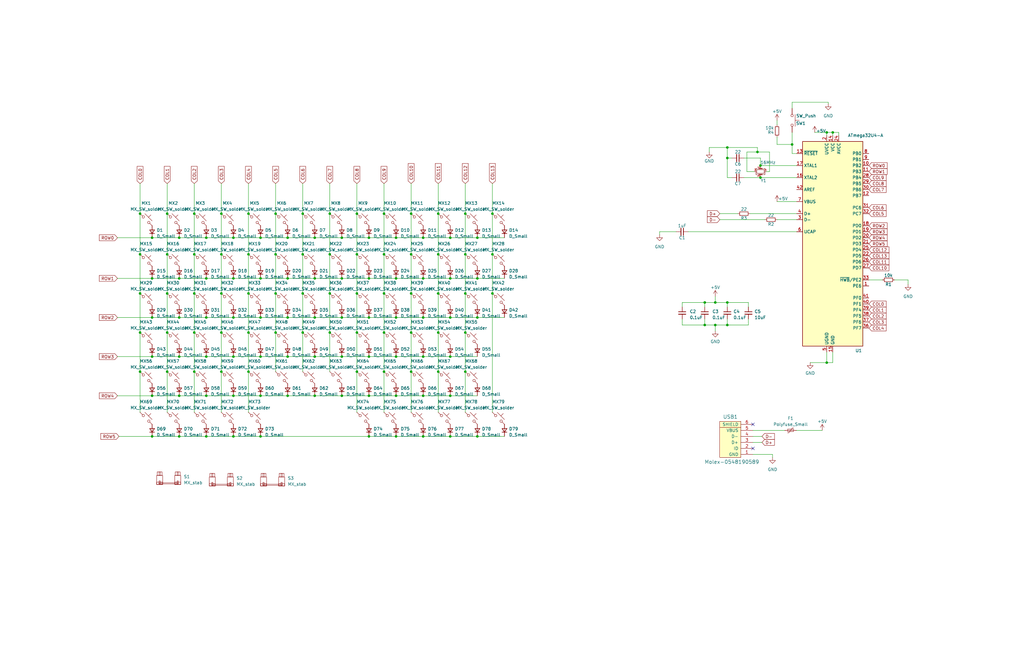
<source format=kicad_sch>
(kicad_sch (version 20230121) (generator eeschema)
  (paper "B")
  (junction (at 207.645 107.315))
  (junction (at 132.715 133.985))
  (junction (at 98.425 167.005))
  (junction (at 184.785 156.845))
  (junction (at 207.645 90.17))
  (junction (at 189.865 184.15))
  (junction (at 155.575 184.15))
  (junction (at 64.135 117.475))
  (junction (at 189.865 100.33))
  (junction (at 150.495 90.17))
  (junction (at 64.135 133.985))
  (junction (at 301.625 127.635))
  (junction (at 196.215 156.845))
  (junction (at 59.055 123.825))
  (junction (at 64.135 167.005))
  (junction (at 139.065 123.825))
  (junction (at 93.345 107.315))
  (junction (at 155.575 167.005))
  (junction (at 116.205 123.825))
  (junction (at 196.215 90.17))
  (junction (at 320.675 74.93))
  (junction (at 127.635 107.315))
  (junction (at 75.565 117.475))
  (junction (at 109.855 100.33))
  (junction (at 201.295 184.15))
  (junction (at 132.715 117.475))
  (junction (at 301.625 137.16))
  (junction (at 59.055 107.315))
  (junction (at 109.855 133.985))
  (junction (at 75.565 184.15))
  (junction (at 109.855 117.475))
  (junction (at 127.635 140.335))
  (junction (at 161.925 90.17))
  (junction (at 127.635 90.17))
  (junction (at 189.865 117.475))
  (junction (at 132.715 100.33))
  (junction (at 167.005 100.33))
  (junction (at 81.915 90.17))
  (junction (at 104.775 140.335))
  (junction (at 86.995 117.475))
  (junction (at 70.485 107.315))
  (junction (at 81.915 140.335))
  (junction (at 121.285 167.005))
  (junction (at 98.425 100.33))
  (junction (at 155.575 133.985))
  (junction (at 139.065 140.335))
  (junction (at 167.005 184.15))
  (junction (at 139.065 107.315))
  (junction (at 178.435 133.985))
  (junction (at 109.855 150.495))
  (junction (at 132.715 150.495))
  (junction (at 173.355 156.845))
  (junction (at 64.135 150.495))
  (junction (at 167.005 150.495))
  (junction (at 306.705 137.16))
  (junction (at 86.995 184.15))
  (junction (at 104.775 90.17))
  (junction (at 306.705 66.675))
  (junction (at 161.925 123.825))
  (junction (at 150.495 107.315))
  (junction (at 320.675 69.85))
  (junction (at 348.615 55.88))
  (junction (at 207.645 123.825))
  (junction (at 173.355 123.825))
  (junction (at 150.495 123.825))
  (junction (at 348.615 153.035))
  (junction (at 116.205 140.335))
  (junction (at 351.155 55.88))
  (junction (at 64.135 100.33))
  (junction (at 86.995 100.33))
  (junction (at 173.355 107.315))
  (junction (at 144.145 167.005))
  (junction (at 75.565 167.005))
  (junction (at 196.215 107.315))
  (junction (at 144.145 133.985))
  (junction (at 144.145 150.495))
  (junction (at 155.575 117.475))
  (junction (at 184.785 90.17))
  (junction (at 93.345 140.335))
  (junction (at 98.425 133.985))
  (junction (at 59.055 140.335))
  (junction (at 139.065 90.17))
  (junction (at 109.855 184.15))
  (junction (at 75.565 133.985))
  (junction (at 81.915 107.315))
  (junction (at 334.01 60.96))
  (junction (at 297.18 137.16))
  (junction (at 81.915 123.825))
  (junction (at 155.575 150.495))
  (junction (at 178.435 150.495))
  (junction (at 109.855 167.005))
  (junction (at 121.285 150.495))
  (junction (at 81.915 156.845))
  (junction (at 98.425 117.475))
  (junction (at 167.005 117.475))
  (junction (at 144.145 117.475))
  (junction (at 121.285 117.475))
  (junction (at 86.995 167.005))
  (junction (at 98.425 150.495))
  (junction (at 201.295 133.985))
  (junction (at 86.995 150.495))
  (junction (at 93.345 156.845))
  (junction (at 116.205 90.17))
  (junction (at 196.215 123.825))
  (junction (at 121.285 100.33))
  (junction (at 201.295 117.475))
  (junction (at 93.345 90.17))
  (junction (at 319.405 64.135))
  (junction (at 116.205 107.315))
  (junction (at 144.145 100.33))
  (junction (at 75.565 150.495))
  (junction (at 189.865 150.495))
  (junction (at 306.705 62.23))
  (junction (at 121.285 133.985))
  (junction (at 127.635 123.825))
  (junction (at 184.785 140.335))
  (junction (at 178.435 167.005))
  (junction (at 178.435 117.475))
  (junction (at 104.775 123.825))
  (junction (at 178.435 184.15))
  (junction (at 70.485 90.17))
  (junction (at 184.785 123.825))
  (junction (at 150.495 140.335))
  (junction (at 70.485 156.845))
  (junction (at 70.485 140.335))
  (junction (at 104.775 156.845))
  (junction (at 196.215 140.335))
  (junction (at 178.435 100.33))
  (junction (at 98.425 184.15))
  (junction (at 189.865 167.005))
  (junction (at 132.715 167.005))
  (junction (at 161.925 140.335))
  (junction (at 93.345 123.825))
  (junction (at 167.005 167.005))
  (junction (at 70.485 123.825))
  (junction (at 161.925 107.315))
  (junction (at 59.055 90.17))
  (junction (at 201.295 100.33))
  (junction (at 150.495 156.845))
  (junction (at 155.575 100.33))
  (junction (at 59.055 156.845))
  (junction (at 189.865 133.985))
  (junction (at 161.925 156.845))
  (junction (at 167.005 133.985))
  (junction (at 173.355 140.335))
  (junction (at 173.355 90.17))
  (junction (at 86.995 133.985))
  (junction (at 306.705 127.635))
  (junction (at 64.135 184.15))
  (junction (at 104.775 107.315))
  (junction (at 297.18 127.635))
  (junction (at 75.565 100.33))
  (junction (at 184.785 107.315))
  (no_connect (at 317.5 179.07))
  (no_connect (at 317.5 189.23))
  (wire (pts (xy 127.635 90.17) (xy 127.635 107.315)))
  (wire (pts (xy 139.065 77.47) (xy 139.065 90.17)))
  (wire (pts (xy 150.495 140.335) (xy 150.495 156.845)))
  (wire (pts (xy 189.865 150.495) (xy 201.295 150.495)))
  (wire (pts (xy 317.5 181.61) (xy 330.835 181.61)))
  (wire (pts (xy 75.565 133.985) (xy 86.995 133.985)))
  (wire (pts (xy 70.485 156.845) (xy 70.485 173.99)))
  (wire (pts (xy 104.775 123.825) (xy 104.775 140.335)))
  (wire (pts (xy 81.915 123.825) (xy 81.915 140.335)))
  (wire (pts (xy 86.995 100.33) (xy 98.425 100.33)))
  (wire (pts (xy 167.005 117.475) (xy 178.435 117.475)))
  (wire (pts (xy 59.055 107.315) (xy 59.055 123.825)))
  (wire (pts (xy 317.5 184.15) (xy 321.31 184.15)))
  (wire (pts (xy 297.18 127.635) (xy 301.625 127.635)))
  (wire (pts (xy 93.345 77.47) (xy 93.345 90.17)))
  (wire (pts (xy 184.785 107.315) (xy 184.785 123.825)))
  (wire (pts (xy 353.695 57.15) (xy 353.695 55.88)))
  (wire (pts (xy 132.715 150.495) (xy 144.145 150.495)))
  (wire (pts (xy 324.485 64.135) (xy 319.405 64.135)))
  (wire (pts (xy 93.345 90.17) (xy 93.345 107.315)))
  (wire (pts (xy 98.425 117.475) (xy 109.855 117.475)))
  (wire (pts (xy 320.675 74.93) (xy 313.69 74.93)))
  (wire (pts (xy 314.96 72.39) (xy 318.135 72.39)))
  (wire (pts (xy 306.705 127.635) (xy 306.705 129.54)))
  (wire (pts (xy 109.855 117.475) (xy 121.285 117.475)))
  (wire (pts (xy 173.355 140.335) (xy 173.355 156.845)))
  (wire (pts (xy 372.11 118.11) (xy 366.395 118.11)))
  (wire (pts (xy 327.66 52.705) (xy 327.66 50.8)))
  (wire (pts (xy 109.855 150.495) (xy 121.285 150.495)))
  (wire (pts (xy 167.005 100.33) (xy 178.435 100.33)))
  (wire (pts (xy 189.865 184.15) (xy 201.295 184.15)))
  (wire (pts (xy 323.215 72.39) (xy 324.485 72.39)))
  (wire (pts (xy 196.215 77.47) (xy 196.215 90.17)))
  (wire (pts (xy 299.085 62.23) (xy 306.705 62.23)))
  (wire (pts (xy 167.005 133.985) (xy 178.435 133.985)))
  (wire (pts (xy 196.215 107.315) (xy 196.215 123.825)))
  (wire (pts (xy 335.915 74.93) (xy 320.675 74.93)))
  (wire (pts (xy 335.915 64.77) (xy 334.01 64.77)))
  (wire (pts (xy 287.655 129.54) (xy 287.655 127.635)))
  (wire (pts (xy 81.915 140.335) (xy 81.915 156.845)))
  (wire (pts (xy 98.425 167.005) (xy 109.855 167.005)))
  (wire (pts (xy 343.535 55.88) (xy 348.615 55.88)))
  (wire (pts (xy 308.61 74.93) (xy 306.705 74.93)))
  (wire (pts (xy 348.615 153.035) (xy 341.63 153.035)))
  (wire (pts (xy 201.295 100.33) (xy 212.725 100.33)))
  (wire (pts (xy 285.115 97.79) (xy 278.13 97.79)))
  (wire (pts (xy 196.215 90.17) (xy 196.215 107.315)))
  (wire (pts (xy 287.655 134.62) (xy 287.655 137.16)))
  (wire (pts (xy 59.055 123.825) (xy 59.055 140.335)))
  (wire (pts (xy 70.485 107.315) (xy 70.485 123.825)))
  (wire (pts (xy 207.645 123.825) (xy 207.645 173.99)))
  (wire (pts (xy 278.13 97.79) (xy 278.13 99.06)))
  (wire (pts (xy 155.575 167.005) (xy 167.005 167.005)))
  (wire (pts (xy 75.565 150.495) (xy 86.995 150.495)))
  (wire (pts (xy 287.655 137.16) (xy 297.18 137.16)))
  (wire (pts (xy 196.215 123.825) (xy 196.215 140.335)))
  (wire (pts (xy 297.18 134.62) (xy 297.18 137.16)))
  (wire (pts (xy 116.205 90.17) (xy 116.205 107.315)))
  (wire (pts (xy 144.145 117.475) (xy 155.575 117.475)))
  (wire (pts (xy 116.205 107.315) (xy 116.205 123.825)))
  (wire (pts (xy 109.855 167.005) (xy 121.285 167.005)))
  (wire (pts (xy 70.485 123.825) (xy 70.485 140.335)))
  (wire (pts (xy 178.435 150.495) (xy 189.865 150.495)))
  (wire (pts (xy 144.145 167.005) (xy 155.575 167.005)))
  (wire (pts (xy 127.635 140.335) (xy 127.635 156.845)))
  (wire (pts (xy 201.295 117.475) (xy 212.725 117.475)))
  (wire (pts (xy 301.625 137.16) (xy 306.705 137.16)))
  (wire (pts (xy 306.705 127.635) (xy 315.595 127.635)))
  (wire (pts (xy 98.425 133.985) (xy 109.855 133.985)))
  (wire (pts (xy 144.145 100.33) (xy 155.575 100.33)))
  (wire (pts (xy 139.065 140.335) (xy 139.065 156.845)))
  (wire (pts (xy 178.435 117.475) (xy 189.865 117.475)))
  (wire (pts (xy 335.915 69.85) (xy 320.675 69.85)))
  (wire (pts (xy 127.635 77.47) (xy 127.635 90.17)))
  (wire (pts (xy 81.915 90.17) (xy 81.915 107.315)))
  (wire (pts (xy 81.915 77.47) (xy 81.915 90.17)))
  (wire (pts (xy 70.485 90.17) (xy 70.485 107.315)))
  (wire (pts (xy 334.01 43.18) (xy 334.01 45.72)))
  (wire (pts (xy 81.915 156.845) (xy 81.915 173.99)))
  (wire (pts (xy 86.995 150.495) (xy 98.425 150.495)))
  (wire (pts (xy 161.925 77.47) (xy 161.925 90.17)))
  (wire (pts (xy 75.565 100.33) (xy 86.995 100.33)))
  (wire (pts (xy 184.785 90.17) (xy 184.785 107.315)))
  (wire (pts (xy 75.565 117.475) (xy 86.995 117.475)))
  (wire (pts (xy 98.425 184.15) (xy 109.855 184.15)))
  (wire (pts (xy 178.435 133.985) (xy 189.865 133.985)))
  (wire (pts (xy 86.995 117.475) (xy 98.425 117.475)))
  (wire (pts (xy 109.855 100.33) (xy 121.285 100.33)))
  (wire (pts (xy 64.135 184.15) (xy 75.565 184.15)))
  (wire (pts (xy 161.925 156.845) (xy 161.925 173.99)))
  (wire (pts (xy 59.055 90.17) (xy 59.055 107.315)))
  (wire (pts (xy 322.58 92.71) (xy 303.53 92.71)))
  (wire (pts (xy 132.715 133.985) (xy 144.145 133.985)))
  (wire (pts (xy 121.285 100.33) (xy 132.715 100.33)))
  (wire (pts (xy 334.01 60.96) (xy 327.66 60.96)))
  (wire (pts (xy 297.18 127.635) (xy 297.18 129.54)))
  (wire (pts (xy 349.25 43.18) (xy 349.25 43.815)))
  (wire (pts (xy 351.155 148.59) (xy 351.155 153.035)))
  (wire (pts (xy 139.065 107.315) (xy 139.065 123.825)))
  (wire (pts (xy 155.575 133.985) (xy 167.005 133.985)))
  (wire (pts (xy 64.135 133.985) (xy 75.565 133.985)))
  (wire (pts (xy 301.625 127.635) (xy 306.705 127.635)))
  (wire (pts (xy 201.295 133.985) (xy 212.725 133.985)))
  (wire (pts (xy 93.345 123.825) (xy 93.345 140.335)))
  (wire (pts (xy 324.485 72.39) (xy 324.485 64.135)))
  (wire (pts (xy 132.715 100.33) (xy 144.145 100.33)))
  (wire (pts (xy 49.53 117.475) (xy 64.135 117.475)))
  (wire (pts (xy 49.53 133.985) (xy 64.135 133.985)))
  (wire (pts (xy 315.595 127.635) (xy 315.595 129.54)))
  (wire (pts (xy 351.155 55.88) (xy 351.155 57.15)))
  (wire (pts (xy 49.53 167.005) (xy 64.135 167.005)))
  (wire (pts (xy 121.285 133.985) (xy 132.715 133.985)))
  (wire (pts (xy 301.625 125.095) (xy 301.625 127.635)))
  (wire (pts (xy 98.425 150.495) (xy 109.855 150.495)))
  (wire (pts (xy 196.215 156.845) (xy 196.215 173.99)))
  (wire (pts (xy 173.355 156.845) (xy 173.355 173.99)))
  (wire (pts (xy 116.205 140.335) (xy 116.205 156.845)))
  (wire (pts (xy 150.495 107.315) (xy 150.495 123.825)))
  (wire (pts (xy 184.785 140.335) (xy 184.785 156.845)))
  (wire (pts (xy 351.155 153.035) (xy 348.615 153.035)))
  (wire (pts (xy 189.865 133.985) (xy 201.295 133.985)))
  (wire (pts (xy 104.775 77.47) (xy 104.775 90.17)))
  (wire (pts (xy 317.5 191.77) (xy 325.755 191.77)))
  (wire (pts (xy 349.25 43.18) (xy 334.01 43.18)))
  (wire (pts (xy 59.055 140.335) (xy 59.055 156.845)))
  (wire (pts (xy 184.785 156.845) (xy 184.785 173.99)))
  (wire (pts (xy 64.135 100.33) (xy 75.565 100.33)))
  (wire (pts (xy 150.495 156.845) (xy 150.495 173.99)))
  (wire (pts (xy 348.615 55.88) (xy 348.615 57.15)))
  (wire (pts (xy 335.915 97.79) (xy 290.195 97.79)))
  (wire (pts (xy 287.655 127.635) (xy 297.18 127.635)))
  (wire (pts (xy 150.495 77.47) (xy 150.495 90.17)))
  (wire (pts (xy 196.215 140.335) (xy 196.215 156.845)))
  (wire (pts (xy 121.285 167.005) (xy 132.715 167.005)))
  (wire (pts (xy 64.135 167.005) (xy 75.565 167.005)))
  (wire (pts (xy 64.135 117.475) (xy 75.565 117.475)))
  (wire (pts (xy 49.53 150.495) (xy 64.135 150.495)))
  (wire (pts (xy 299.085 62.23) (xy 299.085 64.135)))
  (wire (pts (xy 155.575 100.33) (xy 167.005 100.33)))
  (wire (pts (xy 144.145 150.495) (xy 155.575 150.495)))
  (wire (pts (xy 306.705 66.675) (xy 306.705 62.23)))
  (wire (pts (xy 351.155 55.88) (xy 353.695 55.88)))
  (wire (pts (xy 178.435 100.33) (xy 189.865 100.33)))
  (wire (pts (xy 311.15 90.17) (xy 303.53 90.17)))
  (wire (pts (xy 207.645 107.315) (xy 207.645 123.825)))
  (wire (pts (xy 139.065 90.17) (xy 139.065 107.315)))
  (wire (pts (xy 327.66 60.96) (xy 327.66 57.785)))
  (wire (pts (xy 173.355 77.47) (xy 173.355 90.17)))
  (wire (pts (xy 189.865 167.005) (xy 201.295 167.005)))
  (wire (pts (xy 189.865 117.475) (xy 201.295 117.475)))
  (wire (pts (xy 93.345 107.315) (xy 93.345 123.825)))
  (wire (pts (xy 161.925 90.17) (xy 161.925 107.315)))
  (wire (pts (xy 70.485 140.335) (xy 70.485 156.845)))
  (wire (pts (xy 306.705 74.93) (xy 306.705 66.675)))
  (wire (pts (xy 319.405 64.135) (xy 314.96 64.135)))
  (wire (pts (xy 167.005 184.15) (xy 178.435 184.15)))
  (wire (pts (xy 348.615 55.88) (xy 351.155 55.88)))
  (wire (pts (xy 139.065 123.825) (xy 139.065 140.335)))
  (wire (pts (xy 144.145 133.985) (xy 155.575 133.985)))
  (wire (pts (xy 348.615 153.035) (xy 348.615 148.59)))
  (wire (pts (xy 335.915 181.61) (xy 346.71 181.61)))
  (wire (pts (xy 317.5 186.69) (xy 321.31 186.69)))
  (wire (pts (xy 382.905 120.015) (xy 382.905 118.11)))
  (wire (pts (xy 86.995 133.985) (xy 98.425 133.985)))
  (wire (pts (xy 201.295 184.15) (xy 212.725 184.15)))
  (wire (pts (xy 116.205 77.47) (xy 116.205 90.17)))
  (wire (pts (xy 59.055 156.845) (xy 59.055 173.99)))
  (wire (pts (xy 334.01 64.77) (xy 334.01 60.96)))
  (wire (pts (xy 64.135 150.495) (xy 75.565 150.495)))
  (wire (pts (xy 207.645 90.17) (xy 207.645 107.315)))
  (wire (pts (xy 104.775 90.17) (xy 104.775 107.315)))
  (wire (pts (xy 173.355 90.17) (xy 173.355 107.315)))
  (wire (pts (xy 121.285 117.475) (xy 132.715 117.475)))
  (wire (pts (xy 93.345 140.335) (xy 93.345 156.845)))
  (wire (pts (xy 127.635 107.315) (xy 127.635 123.825)))
  (wire (pts (xy 306.705 66.675) (xy 308.61 66.675)))
  (wire (pts (xy 75.565 167.005) (xy 86.995 167.005)))
  (wire (pts (xy 98.425 100.33) (xy 109.855 100.33)))
  (wire (pts (xy 116.205 123.825) (xy 116.205 140.335)))
  (wire (pts (xy 132.715 167.005) (xy 144.145 167.005)))
  (wire (pts (xy 184.785 123.825) (xy 184.15 123.825)))
  (wire (pts (xy 325.755 191.77) (xy 325.755 193.04)))
  (wire (pts (xy 189.865 100.33) (xy 201.295 100.33)))
  (wire (pts (xy 167.005 167.005) (xy 178.435 167.005)))
  (wire (pts (xy 167.005 150.495) (xy 178.435 150.495)))
  (wire (pts (xy 75.565 184.15) (xy 86.995 184.15)))
  (wire (pts (xy 59.055 77.47) (xy 59.055 90.17)))
  (wire (pts (xy 315.595 137.16) (xy 315.595 134.62)))
  (wire (pts (xy 178.435 167.005) (xy 189.865 167.005)))
  (wire (pts (xy 81.915 107.315) (xy 81.915 123.825)))
  (wire (pts (xy 161.925 107.315) (xy 161.925 123.825)))
  (wire (pts (xy 109.855 133.985) (xy 121.285 133.985)))
  (wire (pts (xy 207.645 77.47) (xy 207.645 90.17)))
  (wire (pts (xy 319.405 64.135) (xy 319.405 62.23)))
  (wire (pts (xy 306.705 134.62) (xy 306.705 137.16)))
  (wire (pts (xy 301.625 137.16) (xy 301.625 139.7)))
  (wire (pts (xy 155.575 184.15) (xy 167.005 184.15)))
  (wire (pts (xy 86.995 184.15) (xy 98.425 184.15)))
  (wire (pts (xy 184.785 140.335) (xy 184.785 123.825)))
  (wire (pts (xy 121.285 150.495) (xy 132.715 150.495)))
  (wire (pts (xy 161.925 140.335) (xy 161.925 156.845)))
  (wire (pts (xy 320.675 66.675) (xy 320.675 69.85)))
  (wire (pts (xy 335.915 92.71) (xy 327.66 92.71)))
  (wire (pts (xy 161.925 123.825) (xy 161.925 140.335)))
  (wire (pts (xy 127.635 123.825) (xy 127.635 140.335)))
  (wire (pts (xy 178.435 184.15) (xy 189.865 184.15)))
  (wire (pts (xy 50.165 184.15) (xy 64.135 184.15)))
  (wire (pts (xy 313.69 66.675) (xy 320.675 66.675)))
  (wire (pts (xy 173.355 107.315) (xy 173.355 123.825)))
  (wire (pts (xy 49.53 100.33) (xy 64.135 100.33)))
  (wire (pts (xy 319.405 62.23) (xy 306.705 62.23)))
  (wire (pts (xy 335.915 85.09) (xy 327.66 85.09)))
  (wire (pts (xy 104.775 156.845) (xy 104.775 173.99)))
  (wire (pts (xy 314.96 72.39) (xy 314.96 64.135)))
  (wire (pts (xy 306.705 137.16) (xy 315.595 137.16)))
  (wire (pts (xy 297.18 137.16) (xy 301.625 137.16)))
  (wire (pts (xy 86.995 167.005) (xy 98.425 167.005)))
  (wire (pts (xy 150.495 90.17) (xy 150.495 107.315)))
  (wire (pts (xy 382.905 118.11) (xy 377.19 118.11)))
  (wire (pts (xy 93.345 156.845) (xy 93.345 173.99)))
  (wire (pts (xy 335.915 90.17) (xy 316.23 90.17)))
  (wire (pts (xy 109.855 184.15) (xy 155.575 184.15)))
  (wire (pts (xy 173.355 123.825) (xy 173.355 140.335)))
  (wire (pts (xy 150.495 123.825) (xy 150.495 140.335)))
  (wire (pts (xy 70.485 77.47) (xy 70.485 90.17)))
  (wire (pts (xy 155.575 150.495) (xy 167.005 150.495)))
  (wire (pts (xy 334.01 60.96) (xy 334.01 55.88)))
  (wire (pts (xy 104.775 140.335) (xy 104.775 156.845)))
  (wire (pts (xy 184.785 77.47) (xy 184.785 90.17)))
  (wire (pts (xy 155.575 117.475) (xy 167.005 117.475)))
  (wire (pts (xy 104.775 107.315) (xy 104.775 123.825)))
  (wire (pts (xy 132.715 117.475) (xy 144.145 117.475)))
  (global_label "ROW5" (shape input) (at 366.395 102.87 0) (property "Intersheetrefs" "${INTERSHEET_REFS}" (effects hide)))
  (global_label "COL4" (shape input) (at 366.395 138.43 0) (property "Intersheetrefs" "${INTERSHEET_REFS}" (effects hide)))
  (global_label "COL6" (shape input) (at 127.635 77.47 90) (property "Intersheetrefs" "${INTERSHEET_REFS}" (effects hide)))
  (global_label "COL1" (shape input) (at 366.395 130.81 0) (property "Intersheetrefs" "${INTERSHEET_REFS}" (effects hide)))
  (global_label "ROW1" (shape input) (at 366.395 72.39 0) (property "Intersheetrefs" "${INTERSHEET_REFS}" (effects hide)))
  (global_label "COL3" (shape input) (at 366.395 135.89 0) (property "Intersheetrefs" "${INTERSHEET_REFS}" (effects hide)))
  (global_label "COL0" (shape input) (at 366.395 128.27 0) (property "Intersheetrefs" "${INTERSHEET_REFS}" (effects hide)))
  (global_label "COL2" (shape input) (at 366.395 133.35 0) (property "Intersheetrefs" "${INTERSHEET_REFS}" (effects hide)))
  (global_label "ROW3" (shape input) (at 366.395 97.79 0) (property "Intersheetrefs" "${INTERSHEET_REFS}" (effects hide)))
  (global_label "ROW4" (shape input) (at 366.395 100.33 0) (property "Intersheetrefs" "${INTERSHEET_REFS}" (effects hide)))
  (global_label "COL11" (shape input) (at 184.785 77.47 90) (property "Intersheetrefs" "${INTERSHEET_REFS}" (effects hide)))
  (global_label "COL0" (shape input) (at 59.055 77.47 90) (property "Intersheetrefs" "${INTERSHEET_REFS}" (effects hide)))
  (global_label "COL1" (shape input) (at 70.485 77.47 90) (property "Intersheetrefs" "${INTERSHEET_REFS}" (effects hide)))
  (global_label "COL10" (shape input) (at 366.395 113.03 0) (property "Intersheetrefs" "${INTERSHEET_REFS}" (effects hide)))
  (global_label "COL9" (shape input) (at 366.395 74.93 0) (property "Intersheetrefs" "${INTERSHEET_REFS}" (effects hide)))
  (global_label "COL13" (shape input) (at 207.645 77.47 90) (property "Intersheetrefs" "${INTERSHEET_REFS}" (effects hide)))
  (global_label "D+" (shape input) (at 321.31 186.69 0) (property "Intersheetrefs" "${INTERSHEET_REFS}" (effects hide)))
  (global_label "COL13" (shape input) (at 366.395 107.95 0) (property "Intersheetrefs" "${INTERSHEET_REFS}" (effects hide)))
  (global_label "COL8" (shape input) (at 366.395 77.47 0) (property "Intersheetrefs" "${INTERSHEET_REFS}" (effects hide)))
  (global_label "COL9" (shape input) (at 161.925 77.47 90) (property "Intersheetrefs" "${INTERSHEET_REFS}" (effects hide)))
  (global_label "COL3" (shape input) (at 93.345 77.47 90) (property "Intersheetrefs" "${INTERSHEET_REFS}" (effects hide)))
  (global_label "ROW0" (shape input) (at 366.395 69.85 0) (property "Intersheetrefs" "${INTERSHEET_REFS}" (effects hide)))
  (global_label "ROW2" (shape input) (at 49.53 133.985 180) (property "Intersheetrefs" "${INTERSHEET_REFS}" (effects hide)))
  (global_label "COL7" (shape input) (at 366.395 80.01 0) (property "Intersheetrefs" "${INTERSHEET_REFS}" (effects hide)))
  (global_label "COL12" (shape input) (at 196.215 77.47 90) (property "Intersheetrefs" "${INTERSHEET_REFS}" (effects hide)))
  (global_label "ROW2" (shape input) (at 366.395 95.25 0) (property "Intersheetrefs" "${INTERSHEET_REFS}" (effects hide)))
  (global_label "ROW5" (shape input) (at 50.165 184.15 180) (property "Intersheetrefs" "${INTERSHEET_REFS}" (effects hide)))
  (global_label "ROW3" (shape input) (at 49.53 150.495 180) (property "Intersheetrefs" "${INTERSHEET_REFS}" (effects hide)))
  (global_label "COL10" (shape input) (at 173.355 77.47 90) (property "Intersheetrefs" "${INTERSHEET_REFS}" (effects hide)))
  (global_label "D+" (shape input) (at 303.53 90.17 180) (property "Intersheetrefs" "${INTERSHEET_REFS}" (effects hide)))
  (global_label "COL7" (shape input) (at 139.065 77.47 90) (property "Intersheetrefs" "${INTERSHEET_REFS}" (effects hide)))
  (global_label "COL2" (shape input) (at 81.915 77.47 90) (property "Intersheetrefs" "${INTERSHEET_REFS}" (effects hide)))
  (global_label "COL5" (shape input) (at 116.205 77.47 90) (property "Intersheetrefs" "${INTERSHEET_REFS}" (effects hide)))
  (global_label "ROW1" (shape input) (at 49.53 117.475 180) (property "Intersheetrefs" "${INTERSHEET_REFS}" (effects hide)))
  (global_label "COL4" (shape input) (at 104.775 77.47 90) (property "Intersheetrefs" "${INTERSHEET_REFS}" (effects hide)))
  (global_label "COL8" (shape input) (at 150.495 77.47 90) (property "Intersheetrefs" "${INTERSHEET_REFS}" (effects hide)))
  (global_label "COL5" (shape input) (at 366.395 90.17 0) (property "Intersheetrefs" "${INTERSHEET_REFS}" (effects hide)))
  (global_label "ROW4" (shape input) (at 49.53 167.005 180) (property "Intersheetrefs" "${INTERSHEET_REFS}" (effects hide)))
  (global_label "COL12" (shape input) (at 366.395 105.41 0) (property "Intersheetrefs" "${INTERSHEET_REFS}" (effects hide)))
  (global_label "D-" (shape input) (at 321.31 184.15 0) (property "Intersheetrefs" "${INTERSHEET_REFS}" (effects hide)))
  (global_label "COL6" (shape input) (at 366.395 87.63 0) (property "Intersheetrefs" "${INTERSHEET_REFS}" (effects hide)))
  (global_label "ROW0" (shape input) (at 49.53 100.33 180) (property "Intersheetrefs" "${INTERSHEET_REFS}" (effects hide)))
  (global_label "COL11" (shape input) (at 366.395 110.49 0) (property "Intersheetrefs" "${INTERSHEET_REFS}" (effects hide)))
  (global_label "D-" (shape input) (at 303.53 92.71 180) (property "Intersheetrefs" "${INTERSHEET_REFS}" (effects hide)))
  (symbol (lib_id "Device:D_Small") (at 178.435 114.935 90) (unit 1)
    (property "Reference" "D25" (at 180.34 114.3 90) (effects (justify right)))
    (property "Value" "D_Small" (at 180.34 116.84 90) (effects (justify right)))
    (property "Footprint" "Diode_SMD:D_SOD-123" (effects hide))
    (property "Sim.Device" "D" (effects hide))
    (property "Sim.Pins" "1=K 2=A" (effects hide))
  )
  (symbol (lib_id "Device:D_Small") (at 212.725 97.79 90) (unit 1)
    (property "Reference" "D14" (at 214.63 97.155 90) (effects (justify right)))
    (property "Value" "D_Small" (at 214.63 99.695 90) (effects (justify right)))
    (property "Footprint" "Diode_SMD:D_SOD-123" (effects hide))
    (property "Sim.Device" "D" (effects hide))
    (property "Sim.Pins" "1=K 2=A" (effects hide))
  )
  (symbol (lib_id "Device:D_Small") (at 201.295 97.79 90) (unit 1)
    (property "Reference" "D13" (at 203.2 97.155 90) (effects (justify right)))
    (property "Value" "D_Small" (at 203.2 99.695 90) (effects (justify right)))
    (property "Footprint" "Diode_SMD:D_SOD-123" (effects hide))
    (property "Sim.Device" "D" (effects hide))
    (property "Sim.Pins" "1=K 2=A" (effects hide))
  )
  (symbol (lib_id "Device:D_Small") (at 64.135 181.61 90) (unit 1)
    (property "Reference" "D69" (at 66.04 180.975 90) (effects (justify right)))
    (property "Value" "D_Small" (at 66.04 183.515 90) (effects (justify right)))
    (property "Footprint" "Diode_SMD:D_SOD-123" (effects hide))
    (property "Sim.Device" "D" (effects hide))
    (property "Sim.Pins" "1=K 2=A" (effects hide))
  )
  (symbol (lib_id "MCU_Microchip_ATmega:ATmega32U4-A") (at 351.155 102.87 0) (unit 1)
    (property "Reference" "U1" (at 360.68 147.955 0) (effects (justify left)))
    (property "Value" "ATmega32U4-A" (at 357.505 57.15 0) (effects (justify left)))
    (property "Footprint" "Package_QFP:TQFP-44_10x10mm_P0.8mm" (effects hide))
    (property "Datasheet" "http://ww1.microchip.com/downloads/en/DeviceDoc/Atmel-7766-8-bit-AVR-ATmega16U4-32U4_Datasheet.pdf" (effects hide))
  )
  (symbol (lib_id "PCM_marbastlib-mx:MX_SW_solder") (at 118.745 126.365 0) (unit 1)
    (property "Reference" "MX34" (at 118.745 119.38 0))
    (property "Value" "MX_SW_solder" (at 118.745 121.92 0))
    (property "Footprint" "PCM_marbastlib-mx:SW_MX_1u" (effects hide))
  )
  (symbol (lib_id "random-keyboard-parts:Molex-0548190589") (at 309.88 186.69 90) (unit 1)
    (property "Reference" "USB1" (at 307.975 175.895 90) (effects (font (size 1.524 1.524))))
    (property "Value" "Molex-0548190589" (at 308.61 194.945 90) (effects (font (size 1.524 1.524))))
    (property "Footprint" "random-keyboard-parts:Molex-0548190589" (effects hide))
  )
  (symbol (lib_id "PCM_marbastlib-mx:MX_SW_solder") (at 164.465 126.365 0) (unit 1)
    (property "Reference" "MX38" (at 164.465 119.38 0))
    (property "Value" "MX_SW_solder" (at 164.465 121.92 0))
    (property "Footprint" "PCM_marbastlib-mx:SW_MX_1u" (effects hide))
  )
  (symbol (lib_id "Device:D_Small") (at 132.715 131.445 90) (unit 1)
    (property "Reference" "D35" (at 134.62 130.81 90) (effects (justify right)))
    (property "Value" "D_Small" (at 134.62 133.35 90) (effects (justify right)))
    (property "Footprint" "Diode_SMD:D_SOD-123" (effects hide))
    (property "Sim.Device" "D" (effects hide))
    (property "Sim.Pins" "1=K 2=A" (effects hide))
  )
  (symbol (lib_id "PCM_marbastlib-mx:MX_SW_solder") (at 130.175 159.385 0) (unit 1)
    (property "Reference" "MX62" (at 130.175 152.4 0))
    (property "Value" "MX_SW_solder" (at 130.175 154.94 0))
    (property "Footprint" "PCM_marbastlib-mx:SW_MX_1u" (effects hide))
  )
  (symbol (lib_id "Device:R_Small") (at 325.12 92.71 270) (unit 1)
    (property "Reference" "R2" (at 325.12 94.615 90))
    (property "Value" "22" (at 325.12 90.805 90))
    (property "Footprint" "Resistor_SMD:R_0805_2012Metric" (effects hide))
  )
  (symbol (lib_id "Device:D_Small") (at 64.135 97.79 90) (unit 1)
    (property "Reference" "D1" (at 66.04 97.155 90) (effects (justify right)))
    (property "Value" "D_Small" (at 66.04 99.695 90) (effects (justify right)))
    (property "Footprint" "Diode_SMD:D_SOD-123" (effects hide))
    (property "Sim.Device" "D" (effects hide))
    (property "Sim.Pins" "1=K 2=A" (effects hide))
  )
  (symbol (lib_id "Device:D_Small") (at 167.005 97.79 90) (unit 1)
    (property "Reference" "D10" (at 168.91 97.155 90) (effects (justify right)))
    (property "Value" "D_Small" (at 168.91 99.695 90) (effects (justify right)))
    (property "Footprint" "Diode_SMD:D_SOD-123" (effects hide))
    (property "Sim.Device" "D" (effects hide))
    (property "Sim.Pins" "1=K 2=A" (effects hide))
  )
  (symbol (lib_id "Device:D_Small") (at 167.005 131.445 90) (unit 1)
    (property "Reference" "D38" (at 168.91 130.81 90) (effects (justify right)))
    (property "Value" "D_Small" (at 168.91 133.35 90) (effects (justify right)))
    (property "Footprint" "Diode_SMD:D_SOD-123" (effects hide))
    (property "Sim.Device" "D" (effects hide))
    (property "Sim.Pins" "1=K 2=A" (effects hide))
  )
  (symbol (lib_id "Device:D_Small") (at 109.855 114.935 90) (unit 1)
    (property "Reference" "D19" (at 111.76 114.3 90) (effects (justify right)))
    (property "Value" "D_Small" (at 111.76 116.84 90) (effects (justify right)))
    (property "Footprint" "Diode_SMD:D_SOD-123" (effects hide))
    (property "Sim.Device" "D" (effects hide))
    (property "Sim.Pins" "1=K 2=A" (effects hide))
  )
  (symbol (lib_id "PCM_marbastlib-mx:MX_SW_solder") (at 130.175 142.875 0) (unit 1)
    (property "Reference" "MX49" (at 130.175 135.89 0))
    (property "Value" "MX_SW_solder" (at 130.175 138.43 0))
    (property "Footprint" "PCM_marbastlib-mx:SW_MX_1u" (effects hide))
  )
  (symbol (lib_id "PCM_marbastlib-mx:MX_SW_solder") (at 153.035 159.385 0) (unit 1)
    (property "Reference" "MX64" (at 153.035 152.4 0))
    (property "Value" "MX_SW_solder" (at 153.035 154.94 0))
    (property "Footprint" "PCM_marbastlib-mx:SW_MX_1u" (effects hide))
  )
  (symbol (lib_id "PCM_marbastlib-mx:MX_SW_solder") (at 198.755 159.385 0) (unit 1)
    (property "Reference" "MX68" (at 198.755 152.4 0))
    (property "Value" "MX_SW_solder" (at 198.755 154.94 0))
    (property "Footprint" "PCM_marbastlib-mx:SW_MX_1u" (effects hide))
  )
  (symbol (lib_id "PCM_marbastlib-mx:MX_SW_solder") (at 118.745 159.385 0) (unit 1)
    (property "Reference" "MX61" (at 118.745 152.4 0))
    (property "Value" "MX_SW_solder" (at 118.745 154.94 0))
    (property "Footprint" "PCM_marbastlib-mx:SW_MX_1u" (effects hide))
  )
  (symbol (lib_id "Device:C_Small") (at 287.655 132.08 0) (unit 1)
    (property "Reference" "C2" (at 290.83 131.4513 0) (effects (justify left)))
    (property "Value" "0.1uF" (at 290.83 133.9913 0) (effects (justify left)))
    (property "Footprint" "Capacitor_SMD:C_0805_2012Metric" (effects hide))
  )
  (symbol (lib_id "PCM_marbastlib-mx:MX_SW_solder") (at 95.885 176.53 0) (unit 1)
    (property "Reference" "MX72" (at 95.885 169.545 0))
    (property "Value" "MX_SW_solder" (at 95.885 172.085 0))
    (property "Footprint" "PCM_marbastlib-mx:SW_MX_1.25u" (effects hide))
  )
  (symbol (lib_id "Device:D_Small") (at 178.435 131.445 90) (unit 1)
    (property "Reference" "D39" (at 180.34 130.81 90) (effects (justify right)))
    (property "Value" "D_Small" (at 180.34 133.35 90) (effects (justify right)))
    (property "Footprint" "Diode_SMD:D_SOD-123" (effects hide))
    (property "Sim.Device" "D" (effects hide))
    (property "Sim.Pins" "1=K 2=A" (effects hide))
  )
  (symbol (lib_id "Device:D_Small") (at 98.425 181.61 90) (unit 1)
    (property "Reference" "D72" (at 100.33 180.975 90) (effects (justify right)))
    (property "Value" "D_Small" (at 100.33 183.515 90) (effects (justify right)))
    (property "Footprint" "Diode_SMD:D_SOD-123" (effects hide))
    (property "Sim.Device" "D" (effects hide))
    (property "Sim.Pins" "1=K 2=A" (effects hide))
  )
  (symbol (lib_id "Device:D_Small") (at 144.145 131.445 90) (unit 1)
    (property "Reference" "D36" (at 146.05 130.81 90) (effects (justify right)))
    (property "Value" "D_Small" (at 146.05 133.35 90) (effects (justify right)))
    (property "Footprint" "Diode_SMD:D_SOD-123" (effects hide))
    (property "Sim.Device" "D" (effects hide))
    (property "Sim.Pins" "1=K 2=A" (effects hide))
  )
  (symbol (lib_id "PCM_marbastlib-mx:MX_SW_solder") (at 73.025 126.365 0) (unit 1)
    (property "Reference" "MX30" (at 73.025 119.38 0))
    (property "Value" "MX_SW_solder" (at 73.025 121.92 0))
    (property "Footprint" "PCM_marbastlib-mx:SW_MX_1u" (effects hide))
  )
  (symbol (lib_id "power:+5V") (at 327.66 50.8 0) (unit 1)
    (property "Reference" "#PWR010" (effects hide))
    (property "Value" "+5V" (at 327.66 46.99 0))
  )
  (symbol (lib_id "Device:D_Small") (at 86.995 164.465 90) (unit 1)
    (property "Reference" "D58" (at 88.9 163.83 90) (effects (justify right)))
    (property "Value" "D_Small" (at 88.9 166.37 90) (effects (justify right)))
    (property "Footprint" "Diode_SMD:D_SOD-123" (effects hide))
    (property "Sim.Device" "D" (effects hide))
    (property "Sim.Pins" "1=K 2=A" (effects hide))
  )
  (symbol (lib_id "PCM_marbastlib-mx:MX_SW_solder") (at 141.605 159.385 0) (unit 1)
    (property "Reference" "MX63" (at 141.605 152.4 0))
    (property "Value" "MX_SW_solder" (at 141.605 154.94 0))
    (property "Footprint" "PCM_marbastlib-mx:SW_MX_1u" (effects hide))
  )
  (symbol (lib_id "Device:D_Small") (at 75.565 97.79 90) (unit 1)
    (property "Reference" "D2" (at 77.47 97.155 90) (effects (justify right)))
    (property "Value" "D_Small" (at 77.47 99.695 90) (effects (justify right)))
    (property "Footprint" "Diode_SMD:D_SOD-123" (effects hide))
    (property "Sim.Device" "D" (effects hide))
    (property "Sim.Pins" "1=K 2=A" (effects hide))
  )
  (symbol (lib_id "Device:C_Small") (at 297.18 132.08 0) (unit 1)
    (property "Reference" "C3" (at 300.355 131.4513 0) (effects (justify left)))
    (property "Value" "0.1uF" (at 300.355 133.9913 0) (effects (justify left)))
    (property "Footprint" "Capacitor_SMD:C_0805_2012Metric" (effects hide))
  )
  (symbol (lib_id "PCM_marbastlib-mx:MX_SW_solder") (at 107.315 159.385 0) (unit 1)
    (property "Reference" "MX60" (at 107.315 152.4 0))
    (property "Value" "MX_SW_solder" (at 107.315 154.94 0))
    (property "Footprint" "PCM_marbastlib-mx:SW_MX_1u" (effects hide))
  )
  (symbol (lib_id "Device:D_Small") (at 132.715 114.935 90) (unit 1)
    (property "Reference" "D21" (at 134.62 114.3 90) (effects (justify right)))
    (property "Value" "D_Small" (at 134.62 116.84 90) (effects (justify right)))
    (property "Footprint" "Diode_SMD:D_SOD-123" (effects hide))
    (property "Sim.Device" "D" (effects hide))
    (property "Sim.Pins" "1=K 2=A" (effects hide))
  )
  (symbol (lib_id "PCM_marbastlib-mx:MX_SW_solder") (at 198.755 142.875 0) (unit 1)
    (property "Reference" "MX55" (at 198.755 135.89 0))
    (property "Value" "MX_SW_solder" (at 198.755 138.43 0))
    (property "Footprint" "PCM_marbastlib-mx:SW_MX_1.75u" (effects hide))
  )
  (symbol (lib_id "Device:D_Small") (at 75.565 164.465 90) (unit 1)
    (property "Reference" "D57" (at 77.47 163.83 90) (effects (justify right)))
    (property "Value" "D_Small" (at 77.47 166.37 90) (effects (justify right)))
    (property "Footprint" "Diode_SMD:D_SOD-123" (effects hide))
    (property "Sim.Device" "D" (effects hide))
    (property "Sim.Pins" "1=K 2=A" (effects hide))
  )
  (symbol (lib_id "PCM_marbastlib-mx:MX_SW_solder") (at 84.455 176.53 0) (unit 1)
    (property "Reference" "MX71" (at 84.455 169.545 0))
    (property "Value" "MX_SW_solder" (at 84.455 172.085 0))
    (property "Footprint" "PCM_marbastlib-mx:SW_MX_1u" (effects hide))
  )
  (symbol (lib_id "PCM_marbastlib-mx:MX_SW_solder") (at 73.025 92.71 0) (unit 1)
    (property "Reference" "MX2" (at 73.025 85.725 0))
    (property "Value" "MX_SW_solder" (at 73.025 88.265 0))
    (property "Footprint" "PCM_marbastlib-mx:SW_MX_1u" (effects hide))
  )
  (symbol (lib_id "power:GND") (at 301.625 139.7 0) (unit 1)
    (property "Reference" "#PWR05" (effects hide))
    (property "Value" "GND" (at 301.625 144.145 0))
  )
  (symbol (lib_id "PCM_marbastlib-mx:MX_SW_solder") (at 153.035 142.875 0) (unit 1)
    (property "Reference" "MX51" (at 153.035 135.89 0))
    (property "Value" "MX_SW_solder" (at 153.035 138.43 0))
    (property "Footprint" "PCM_marbastlib-mx:SW_MX_1u" (effects hide))
  )
  (symbol (lib_id "Device:D_Small") (at 98.425 164.465 90) (unit 1)
    (property "Reference" "D59" (at 100.33 163.83 90) (effects (justify right)))
    (property "Value" "D_Small" (at 100.33 166.37 90) (effects (justify right)))
    (property "Footprint" "Diode_SMD:D_SOD-123" (effects hide))
    (property "Sim.Device" "D" (effects hide))
    (property "Sim.Pins" "1=K 2=A" (effects hide))
  )
  (symbol (lib_id "power:GND") (at 299.085 64.135 0) (unit 1)
    (property "Reference" "#PWR08" (effects hide))
    (property "Value" "GND" (at 299.085 67.945 0))
  )
  (symbol (lib_id "PCM_marbastlib-mx:MX_SW_solder") (at 164.465 92.71 0) (unit 1)
    (property "Reference" "MX10" (at 164.465 85.725 0))
    (property "Value" "MX_SW_solder" (at 164.465 88.265 0))
    (property "Footprint" "PCM_marbastlib-mx:SW_MX_1u" (effects hide))
  )
  (symbol (lib_id "PCM_marbastlib-mx:MX_SW_solder") (at 130.175 126.365 0) (unit 1)
    (property "Reference" "MX35" (at 130.175 119.38 0))
    (property "Value" "MX_SW_solder" (at 130.175 121.92 0))
    (property "Footprint" "PCM_marbastlib-mx:SW_MX_1u" (effects hide))
  )
  (symbol (lib_id "Device:D_Small") (at 189.865 164.465 90) (unit 1)
    (property "Reference" "D67" (at 191.77 163.83 90) (effects (justify right)))
    (property "Value" "D_Small" (at 191.77 166.37 90) (effects (justify right)))
    (property "Footprint" "Diode_SMD:D_SOD-123" (effects hide))
    (property "Sim.Device" "D" (effects hide))
    (property "Sim.Pins" "1=K 2=A" (effects hide))
  )
  (symbol (lib_id "Device:D_Small") (at 189.865 114.935 90) (unit 1)
    (property "Reference" "D26" (at 191.77 114.3 90) (effects (justify right)))
    (property "Value" "D_Small" (at 191.77 116.84 90) (effects (justify right)))
    (property "Footprint" "Diode_SMD:D_SOD-123" (effects hide))
    (property "Sim.Device" "D" (effects hide))
    (property "Sim.Pins" "1=K 2=A" (effects hide))
  )
  (symbol (lib_id "PCM_marbastlib-mx:MX_SW_solder") (at 210.185 176.53 0) (unit 1)
    (property "Reference" "MX79" (at 210.185 169.545 0))
    (property "Value" "MX_SW_solder" (at 210.185 172.085 0))
    (property "Footprint" "PCM_marbastlib-mx:SW_MX_1u" (effects hide))
  )
  (symbol (lib_id "PCM_marbastlib-mx:MX_SW_solder") (at 175.895 92.71 0) (unit 1)
    (property "Reference" "MX11" (at 175.895 85.725 0))
    (property "Value" "MX_SW_solder" (at 175.895 88.265 0))
    (property "Footprint" "PCM_marbastlib-mx:SW_MX_1u" (effects hide))
  )
  (symbol (lib_id "Device:D_Small") (at 189.865 131.445 90) (unit 1)
    (property "Reference" "D40" (at 191.77 130.81 90) (effects (justify right)))
    (property "Value" "D_Small" (at 191.77 133.35 90) (effects (justify right)))
    (property "Footprint" "Diode_SMD:D_SOD-123" (effects hide))
    (property "Sim.Device" "D" (effects hide))
    (property "Sim.Pins" "1=K 2=A" (effects hide))
  )
  (symbol (lib_id "Device:Polyfuse_Small") (at 333.375 181.61 90) (unit 1)
    (property "Reference" "F1" (at 333.375 176.53 90))
    (property "Value" "Polyfuse_Small" (at 333.375 179.07 90))
    (property "Footprint" "Fuse:Fuse_1206_3216Metric" (effects hide))
  )
  (symbol (lib_id "PCM_marbastlib-mx:MX_SW_solder") (at 95.885 126.365 0) (unit 1)
    (property "Reference" "MX32" (at 95.885 119.38 0))
    (property "Value" "MX_SW_solder" (at 95.885 121.92 0))
    (property "Footprint" "PCM_marbastlib-mx:SW_MX_1u" (effects hide))
  )
  (symbol (lib_id "PCM_marbastlib-mx:MX_SW_solder") (at 107.315 109.855 0) (unit 1)
    (property "Reference" "MX19" (at 107.315 102.87 0))
    (property "Value" "MX_SW_solder" (at 107.315 105.41 0))
    (property "Footprint" "PCM_marbastlib-mx:SW_MX_1u" (effects hide))
  )
  (symbol (lib_id "PCM_marbastlib-mx:MX_SW_solder") (at 164.465 159.385 0) (unit 1)
    (property "Reference" "MX65" (at 164.465 152.4 0))
    (property "Value" "MX_SW_solder" (at 164.465 154.94 0))
    (property "Footprint" "PCM_marbastlib-mx:SW_MX_1u" (effects hide))
  )
  (symbol (lib_id "PCM_marbastlib-mx:MX_stab") (at 71.12 201.93 0) (unit 1)
    (property "Reference" "S1" (at 77.47 201.168 0) (effects (justify left)))
    (property "Value" "MX_stab" (at 77.47 203.708 0) (effects (justify left)))
    (property "Footprint" "PCM_marbastlib-mx:STAB_MX_P_2.25u" (effects hide))
  )
  (symbol (lib_id "Device:D_Small") (at 178.435 147.955 90) (unit 1)
    (property "Reference" "D53" (at 180.34 147.32 90) (effects (justify right)))
    (property "Value" "D_Small" (at 180.34 149.86 90) (effects (justify right)))
    (property "Footprint" "Diode_SMD:D_SOD-123" (effects hide))
    (property "Sim.Device" "D" (effects hide))
    (property "Sim.Pins" "1=K 2=A" (effects hide))
  )
  (symbol (lib_id "Device:R_Small") (at 313.69 90.17 90) (unit 1)
    (property "Reference" "R3" (at 313.69 92.075 90))
    (property "Value" "22" (at 313.69 88.265 90))
    (property "Footprint" "Resistor_SMD:R_0805_2012Metric" (effects hide))
  )
  (symbol (lib_id "PCM_marbastlib-mx:MX_SW_solder") (at 107.315 176.53 0) (unit 1)
    (property "Reference" "MX73" (at 107.315 169.545 0))
    (property "Value" "MX_SW_solder" (at 107.315 172.085 0))
    (property "Footprint" "PCM_marbastlib-mx:SW_MX_1u" (effects hide))
  )
  (symbol (lib_id "PCM_marbastlib-mx:MX_SW_solder") (at 210.185 126.365 0) (unit 1)
    (property "Reference" "MX42" (at 210.185 119.38 0))
    (property "Value" "MX_SW_solder" (at 210.185 121.92 0))
    (property "Footprint" "PCM_marbastlib-mx:SW_MX_1u" (effects hide))
  )
  (symbol (lib_id "Device:D_Small") (at 178.435 97.79 90) (unit 1)
    (property "Reference" "D11" (at 180.34 97.155 90) (effects (justify right)))
    (property "Value" "D_Small" (at 180.34 99.695 90) (effects (justify right)))
    (property "Footprint" "Diode_SMD:D_SOD-123" (effects hide))
    (property "Sim.Device" "D" (effects hide))
    (property "Sim.Pins" "1=K 2=A" (effects hide))
  )
  (symbol (lib_id "Device:D_Small") (at 121.285 164.465 90) (unit 1)
    (property "Reference" "D61" (at 123.19 163.83 90) (effects (justify right)))
    (property "Value" "D_Small" (at 123.19 166.37 90) (effects (justify right)))
    (property "Footprint" "Diode_SMD:D_SOD-123" (effects hide))
    (property "Sim.Device" "D" (effects hide))
    (property "Sim.Pins" "1=K 2=A" (effects hide))
  )
  (symbol (lib_id "Device:D_Small") (at 144.145 147.955 90) (unit 1)
    (property "Reference" "D50" (at 146.05 147.32 90) (effects (justify right)))
    (property "Value" "D_Small" (at 146.05 149.86 90) (effects (justify right)))
    (property "Footprint" "Diode_SMD:D_SOD-123" (effects hide))
    (property "Sim.Device" "D" (effects hide))
    (property "Sim.Pins" "1=K 2=A" (effects hide))
  )
  (symbol (lib_id "Device:D_Small") (at 109.855 147.955 90) (unit 1)
    (property "Reference" "D47" (at 111.76 147.32 90) (effects (justify right)))
    (property "Value" "D_Small" (at 111.76 149.86 90) (effects (justify right)))
    (property "Footprint" "Diode_SMD:D_SOD-123" (effects hide))
    (property "Sim.Device" "D" (effects hide))
    (property "Sim.Pins" "1=K 2=A" (effects hide))
  )
  (symbol (lib_id "Device:D_Small") (at 86.995 114.935 90) (unit 1)
    (property "Reference" "D17" (at 88.9 114.3 90) (effects (justify right)))
    (property "Value" "D_Small" (at 88.9 116.84 90) (effects (justify right)))
    (property "Footprint" "Diode_SMD:D_SOD-123" (effects hide))
    (property "Sim.Device" "D" (effects hide))
    (property "Sim.Pins" "1=K 2=A" (effects hide))
  )
  (symbol (lib_id "Device:D_Small") (at 86.995 131.445 90) (unit 1)
    (property "Reference" "D31" (at 88.9 130.81 90) (effects (justify right)))
    (property "Value" "D_Small" (at 88.9 133.35 90) (effects (justify right)))
    (property "Footprint" "Diode_SMD:D_SOD-123" (effects hide))
    (property "Sim.Device" "D" (effects hide))
    (property "Sim.Pins" "1=K 2=A" (effects hide))
  )
  (symbol (lib_id "PCM_marbastlib-mx:MX_SW_solder") (at 95.885 109.855 0) (unit 1)
    (property "Reference" "MX18" (at 95.885 102.87 0))
    (property "Value" "MX_SW_solder" (at 95.885 105.41 0))
    (property "Footprint" "PCM_marbastlib-mx:SW_MX_1u" (effects hide))
  )
  (symbol (lib_id "PCM_marbastlib-mx:MX_SW_solder") (at 61.595 109.855 0) (unit 1)
    (property "Reference" "MX15" (at 61.595 102.87 0))
    (property "Value" "MX_SW_solder" (at 61.595 105.41 0))
    (property "Footprint" "PCM_marbastlib-mx:SW_MX_1u" (effects hide))
  )
  (symbol (lib_id "power:GND") (at 325.755 193.04 0) (unit 1)
    (property "Reference" "#PWR011" (effects hide))
    (property "Value" "GND" (at 325.755 198.12 0))
  )
  (symbol (lib_id "PCM_marbastlib-mx:MX_SW_solder") (at 175.895 142.875 0) (unit 1)
    (property "Reference" "MX53" (at 175.895 135.89 0))
    (property "Value" "MX_SW_solder" (at 175.895 138.43 0))
    (property "Footprint" "PCM_marbastlib-mx:SW_MX_1u" (effects hide))
  )
  (symbol (lib_id "PCM_marbastlib-mx:MX_SW_solder") (at 84.455 126.365 0) (unit 1)
    (property "Reference" "MX31" (at 84.455 119.38 0))
    (property "Value" "MX_SW_solder" (at 84.455 121.92 0))
    (property "Footprint" "PCM_marbastlib-mx:SW_MX_1u" (effects hide))
  )
  (symbol (lib_id "power:+5V") (at 343.535 55.88 0) (unit 1)
    (property "Reference" "#PWR01" (effects hide))
    (property "Value" "+5V" (at 344.17 55.245 0) (effects (justify left)))
  )
  (symbol (lib_id "Device:D_Small") (at 86.995 147.955 90) (unit 1)
    (property "Reference" "D45" (at 88.9 147.32 90) (effects (justify right)))
    (property "Value" "D_Small" (at 88.9 149.86 90) (effects (justify right)))
    (property "Footprint" "Diode_SMD:D_SOD-123" (effects hide))
    (property "Sim.Device" "D" (effects hide))
    (property "Sim.Pins" "1=K 2=A" (effects hide))
  )
  (symbol (lib_id "Device:D_Small") (at 167.005 181.61 90) (unit 1)
    (property "Reference" "D75" (at 168.91 180.975 90) (effects (justify right)))
    (property "Value" "D_Small" (at 168.91 183.515 90) (effects (justify right)))
    (property "Footprint" "Diode_SMD:D_SOD-123" (effects hide))
    (property "Sim.Device" "D" (effects hide))
    (property "Sim.Pins" "1=K 2=A" (effects hide))
  )
  (symbol (lib_id "Device:D_Small") (at 189.865 147.955 90) (unit 1)
    (property "Reference" "D54" (at 191.77 147.32 90) (effects (justify right)))
    (property "Value" "D_Small" (at 191.77 149.86 90) (effects (justify right)))
    (property "Footprint" "Diode_SMD:D_SOD-123" (effects hide))
    (property "Sim.Device" "D" (effects hide))
    (property "Sim.Pins" "1=K 2=A" (effects hide))
  )
  (symbol (lib_id "power:GND") (at 349.25 43.815 0) (unit 1)
    (property "Reference" "#PWR09" (effects hide))
    (property "Value" "GND" (at 349.25 48.895 0))
  )
  (symbol (lib_id "PCM_marbastlib-mx:MX_SW_solder") (at 95.885 92.71 0) (unit 1)
    (property "Reference" "MX4" (at 95.885 85.725 0))
    (property "Value" "MX_SW_solder" (at 95.885 88.265 0))
    (property "Footprint" "PCM_marbastlib-mx:SW_MX_1u" (effects hide))
  )
  (symbol (lib_id "PCM_marbastlib-mx:MX_SW_solder") (at 73.025 142.875 0) (unit 1)
    (property "Reference" "MX44" (at 73.025 135.89 0))
    (property "Value" "MX_SW_solder" (at 73.025 138.43 0))
    (property "Footprint" "PCM_marbastlib-mx:SW_MX_1u" (effects hide))
  )
  (symbol (lib_id "PCM_marbastlib-mx:MX_SW_solder") (at 141.605 126.365 0) (unit 1)
    (property "Reference" "MX36" (at 141.605 119.38 0))
    (property "Value" "MX_SW_solder" (at 141.605 121.92 0))
    (property "Footprint" "PCM_marbastlib-mx:SW_MX_1u" (effects hide))
  )
  (symbol (lib_id "Device:D_Small") (at 109.855 131.445 90) (unit 1)
    (property "Reference" "D33" (at 111.76 130.81 90) (effects (justify right)))
    (property "Value" "D_Small" (at 111.76 133.35 90) (effects (justify right)))
    (property "Footprint" "Diode_SMD:D_SOD-123" (effects hide))
    (property "Sim.Device" "D" (effects hide))
    (property "Sim.Pins" "1=K 2=A" (effects hide))
  )
  (symbol (lib_id "Device:D_Small") (at 64.135 114.935 90) (unit 1)
    (property "Reference" "D15" (at 66.04 114.3 90) (effects (justify right)))
    (property "Value" "D_Small" (at 66.04 116.84 90) (effects (justify right)))
    (property "Footprint" "Diode_SMD:D_SOD-123" (effects hide))
    (property "Sim.Device" "D" (effects hide))
    (property "Sim.Pins" "1=K 2=A" (effects hide))
  )
  (symbol (lib_id "PCM_marbastlib-mx:MX_SW_solder") (at 130.175 109.855 0) (unit 1)
    (property "Reference" "MX21" (at 130.175 102.87 0))
    (property "Value" "MX_SW_solder" (at 130.175 105.41 0))
    (property "Footprint" "PCM_marbastlib-mx:SW_MX_1u" (effects hide))
  )
  (symbol (lib_id "PCM_marbastlib-mx:MX_SW_solder") (at 153.035 92.71 0) (unit 1)
    (property "Reference" "MX9" (at 153.035 85.725 0))
    (property "Value" "MX_SW_solder" (at 153.035 88.265 0))
    (property "Footprint" "PCM_marbastlib-mx:SW_MX_1u" (effects hide))
  )
  (symbol (lib_id "Switch:SW_Push") (at 334.01 50.8 270) (unit 1)
    (property "Reference" "SW1" (at 339.725 52.07 90) (effects (justify right)))
    (property "Value" "SW_Push" (at 344.17 48.895 90) (effects (justify right)))
    (property "Footprint" "random-keyboard-parts:SKQG-1155865" (effects hide))
  )
  (symbol (lib_id "PCM_marbastlib-mx:MX_SW_solder") (at 141.605 142.875 0) (unit 1)
    (property "Reference" "MX50" (at 141.605 135.89 0))
    (property "Value" "MX_SW_solder" (at 141.605 138.43 0))
    (property "Footprint" "PCM_marbastlib-mx:SW_MX_1u" (effects hide))
  )
  (symbol (lib_id "Device:D_Small") (at 201.295 164.465 90) (unit 1)
    (property "Reference" "D68" (at 203.2 163.83 90) (effects (justify right)))
    (property "Value" "D_Small" (at 203.2 166.37 90) (effects (justify right)))
    (property "Footprint" "Diode_SMD:D_SOD-123" (effects hide))
    (property "Sim.Device" "D" (effects hide))
    (property "Sim.Pins" "1=K 2=A" (effects hide))
  )
  (symbol (lib_id "PCM_marbastlib-mx:MX_SW_solder") (at 210.185 109.855 0) (unit 1)
    (property "Reference" "MX28" (at 210.185 102.87 0))
    (property "Value" "MX_SW_solder" (at 210.185 105.41 0))
    (property "Footprint" "PCM_marbastlib-mx:SW_MX_1.5u" (effects hide))
  )
  (symbol (lib_id "Device:D_Small") (at 109.855 164.465 90) (unit 1)
    (property "Reference" "D60" (at 111.76 163.83 90) (effects (justify right)))
    (property "Value" "D_Small" (at 111.76 166.37 90) (effects (justify right)))
    (property "Footprint" "Diode_SMD:D_SOD-123" (effects hide))
    (property "Sim.Device" "D" (effects hide))
    (property "Sim.Pins" "1=K 2=A" (effects hide))
  )
  (symbol (lib_id "PCM_marbastlib-mx:MX_SW_solder") (at 73.025 176.53 0) (unit 1)
    (property "Reference" "MX70" (at 73.025 169.545 0))
    (property "Value" "MX_SW_solder" (at 73.025 172.085 0))
    (property "Footprint" "PCM_marbastlib-mx:SW_MX_1u" (effects hide))
  )
  (symbol (lib_id "PCM_marbastlib-mx:MX_SW_solder") (at 84.455 142.875 0) (unit 1)
    (property "Reference" "MX45" (at 84.455 135.89 0))
    (property "Value" "MX_SW_solder" (at 84.455 138.43 0))
    (property "Footprint" "PCM_marbastlib-mx:SW_MX_1u" (effects hide))
  )
  (symbol (lib_id "Device:C_Small") (at 287.655 97.79 270) (unit 1)
    (property "Reference" "C1" (at 287.655 100.33 90))
    (property "Value" "1uF" (at 287.655 95.25 90))
    (property "Footprint" "Capacitor_SMD:C_0805_2012Metric" (effects hide))
  )
  (symbol (lib_id "Device:D_Small") (at 132.715 147.955 90) (unit 1)
    (property "Reference" "D49" (at 134.62 147.32 90) (effects (justify right)))
    (property "Value" "D_Small" (at 134.62 149.86 90) (effects (justify right)))
    (property "Footprint" "Diode_SMD:D_SOD-123" (effects hide))
    (property "Sim.Device" "D" (effects hide))
    (property "Sim.Pins" "1=K 2=A" (effects hide))
  )
  (symbol (lib_id "PCM_marbastlib-mx:MX_SW_solder") (at 61.595 142.875 0) (unit 1)
    (property "Reference" "MX43" (at 61.595 135.89 0))
    (property "Value" "MX_SW_solder" (at 61.595 138.43 0))
    (property "Footprint" "PCM_marbastlib-mx:SW_MX_1.75u" (effects hide))
  )
  (symbol (lib_id "PCM_marbastlib-mx:MX_SW_solder") (at 95.885 159.385 0) (unit 1)
    (property "Reference" "MX59" (at 95.885 152.4 0))
    (property "Value" "MX_SW_solder" (at 95.885 154.94 0))
    (property "Footprint" "PCM_marbastlib-mx:SW_MX_1u" (effects hide))
  )
  (symbol (lib_id "Device:D_Small") (at 155.575 114.935 90) (unit 1)
    (property "Reference" "D23" (at 157.48 114.3 90) (effects (justify right)))
    (property "Value" "D_Small" (at 157.48 116.84 90) (effects (justify right)))
    (property "Footprint" "Diode_SMD:D_SOD-123" (effects hide))
    (property "Sim.Device" "D" (effects hide))
    (property "Sim.Pins" "1=K 2=A" (effects hide))
  )
  (symbol (lib_id "Device:D_Small") (at 109.855 181.61 90) (unit 1)
    (property "Reference" "D73" (at 111.76 180.975 90) (effects (justify right)))
    (property "Value" "D_Small" (at 111.76 183.515 90) (effects (justify right)))
    (property "Footprint" "Diode_SMD:D_SOD-123" (effects hide))
    (property "Sim.Device" "D" (effects hide))
    (property "Sim.Pins" "1=K 2=A" (effects hide))
  )
  (symbol (lib_id "PCM_marbastlib-mx:MX_SW_solder") (at 198.755 126.365 0) (unit 1)
    (property "Reference" "MX41" (at 198.755 119.38 0))
    (property "Value" "MX_SW_solder" (at 198.755 121.92 0))
    (property "Footprint" "PCM_marbastlib-mx:SW_MX_1u" (effects hide))
  )
  (symbol (lib_id "Device:D_Small") (at 98.425 147.955 90) (unit 1)
    (property "Reference" "D46" (at 100.33 147.32 90) (effects (justify right)))
    (property "Value" "D_Small" (at 100.33 149.86 90) (effects (justify right)))
    (property "Footprint" "Diode_SMD:D_SOD-123" (effects hide))
    (property "Sim.Device" "D" (effects hide))
    (property "Sim.Pins" "1=K 2=A" (effects hide))
  )
  (symbol (lib_id "Device:C_Small") (at 311.15 74.93 270) (unit 1)
    (property "Reference" "C7" (at 311.15 77.47 90))
    (property "Value" "22" (at 311.15 72.39 90))
    (property "Footprint" "Capacitor_SMD:C_0805_2012Metric" (effects hide))
  )
  (symbol (lib_id "PCM_marbastlib-mx:MX_SW_solder") (at 153.035 126.365 0) (unit 1)
    (property "Reference" "MX37" (at 153.035 119.38 0))
    (property "Value" "MX_SW_solder" (at 153.035 121.92 0))
    (property "Footprint" "PCM_marbastlib-mx:SW_MX_1u" (effects hide))
  )
  (symbol (lib_id "PCM_marbastlib-mx:MX_SW_solder") (at 198.755 92.71 0) (unit 1)
    (property "Reference" "MX13" (at 198.755 85.725 0))
    (property "Value" "MX_SW_solder" (at 198.755 88.265 0))
    (property "Footprint" "PCM_marbastlib-mx:SW_MX_1u" (effects hide))
  )
  (symbol (lib_id "Device:D_Small") (at 189.865 181.61 90) (unit 1)
    (property "Reference" "D77" (at 191.77 180.975 90) (effects (justify right)))
    (property "Value" "D_Small" (at 191.77 183.515 90) (effects (justify right)))
    (property "Footprint" "Diode_SMD:D_SOD-123" (effects hide))
    (property "Sim.Device" "D" (effects hide))
    (property "Sim.Pins" "1=K 2=A" (effects hide))
  )
  (symbol (lib_id "PCM_marbastlib-mx:MX_SW_solder") (at 118.745 109.855 0) (unit 1)
    (property "Reference" "MX20" (at 118.745 102.87 0))
    (property "Value" "MX_SW_solder" (at 118.745 105.41 0))
    (property "Footprint" "PCM_marbastlib-mx:SW_MX_1u" (effects hide))
  )
  (symbol (lib_id "Device:D_Small") (at 98.425 114.935 90) (unit 1)
    (property "Reference" "D18" (at 100.33 114.3 90) (effects (justify right)))
    (property "Value" "D_Small" (at 100.33 116.84 90) (effects (justify right)))
    (property "Footprint" "Diode_SMD:D_SOD-123" (effects hide))
    (property "Sim.Device" "D" (effects hide))
    (property "Sim.Pins" "1=K 2=A" (effects hide))
  )
  (symbol (lib_id "PCM_marbastlib-mx:MX_SW_solder") (at 118.745 142.875 0) (unit 1)
    (property "Reference" "MX48" (at 118.745 135.89 0))
    (property "Value" "MX_SW_solder" (at 118.745 138.43 0))
    (property "Footprint" "PCM_marbastlib-mx:SW_MX_1u" (effects hide))
  )
  (symbol (lib_id "PCM_marbastlib-mx:MX_SW_solder") (at 164.465 109.855 0) (unit 1)
    (property "Reference" "MX24" (at 164.465 102.87 0))
    (property "Value" "MX_SW_solder" (at 164.465 105.41 0))
    (property "Footprint" "PCM_marbastlib-mx:SW_MX_1u" (effects hide))
  )
  (symbol (lib_id "Device:D_Small") (at 132.715 97.79 90) (unit 1)
    (property "Reference" "D7" (at 134.62 97.155 90) (effects (justify right)))
    (property "Value" "D_Small" (at 134.62 99.695 90) (effects (justify right)))
    (property "Footprint" "Diode_SMD:D_SOD-123" (effects hide))
    (property "Sim.Device" "D" (effects hide))
    (property "Sim.Pins" "1=K 2=A" (effects hide))
  )
  (symbol (lib_id "Device:D_Small") (at 132.715 164.465 90) (unit 1)
    (property "Reference" "D62" (at 134.62 163.83 90) (effects (justify right)))
    (property "Value" "D_Small" (at 134.62 166.37 90) (effects (justify right)))
    (property "Footprint" "Diode_SMD:D_SOD-123" (effects hide))
    (property "Sim.Device" "D" (effects hide))
    (property "Sim.Pins" "1=K 2=A" (effects hide))
  )
  (symbol (lib_id "Device:D_Small") (at 75.565 181.61 90) (unit 1)
    (property "Reference" "D70" (at 77.47 180.975 90) (effects (justify right)))
    (property "Value" "D_Small" (at 77.47 183.515 90) (effects (justify right)))
    (property "Footprint" "Diode_SMD:D_SOD-123" (effects hide))
    (property "Sim.Device" "D" (effects hide))
    (property "Sim.Pins" "1=K 2=A" (effects hide))
  )
  (symbol (lib_id "Device:D_Small") (at 64.135 164.465 90) (unit 1)
    (property "Reference" "D56" (at 66.04 163.83 90) (effects (justify right)))
    (property "Value" "D_Small" (at 66.04 166.37 90) (effects (justify right)))
    (property "Footprint" "Diode_SMD:D_SOD-123" (effects hide))
    (property "Sim.Device" "D" (effects hide))
    (property "Sim.Pins" "1=K 2=A" (effects hide))
  )
  (symbol (lib_id "PCM_marbastlib-mx:MX_stab") (at 114.935 202.565 0) (unit 1)
    (property "Reference" "S3" (at 121.285 201.803 0) (effects (justify left)))
    (property "Value" "MX_stab" (at 121.285 204.343 0) (effects (justify left)))
    (property "Footprint" "PCM_marbastlib-mx:STAB_MX_P_6u" (effects hide))
  )
  (symbol (lib_id "PCM_marbastlib-mx:MX_SW_solder") (at 175.895 159.385 0) (unit 1)
    (property "Reference" "MX66" (at 175.895 152.4 0))
    (property "Value" "MX_SW_solder" (at 175.895 154.94 0))
    (property "Footprint" "PCM_marbastlib-mx:SW_MX_1u" (effects hide))
  )
  (symbol (lib_id "PCM_marbastlib-mx:MX_SW_solder") (at 187.325 92.71 0) (unit 1)
    (property "Reference" "MX12" (at 187.325 85.725 0))
    (property "Value" "MX_SW_solder" (at 187.325 88.265 0))
    (property "Footprint" "PCM_marbastlib-mx:SW_MX_1u" (effects hide))
  )
  (symbol (lib_id "Device:D_Small") (at 64.135 147.955 90) (unit 1)
    (property "Reference" "D43" (at 66.04 147.32 90) (effects (justify right)))
    (property "Value" "D_Small" (at 66.04 149.86 90) (effects (justify right)))
    (property "Footprint" "Diode_SMD:D_SOD-123" (effects hide))
    (property "Sim.Device" "D" (effects hide))
    (property "Sim.Pins" "1=K 2=A" (effects hide))
  )
  (symbol (lib_id "Device:D_Small") (at 201.295 181.61 90) (unit 1)
    (property "Reference" "D78" (at 203.2 180.975 90) (effects (justify right)))
    (property "Value" "D_Small" (at 203.2 183.515 90) (effects (justify right)))
    (property "Footprint" "Diode_SMD:D_SOD-123" (effects hide))
    (property "Sim.Device" "D" (effects hide))
    (property "Sim.Pins" "1=K 2=A" (effects hide))
  )
  (symbol (lib_id "Device:D_Small") (at 167.005 147.955 90) (unit 1)
    (property "Reference" "D52" (at 168.91 147.32 90) (effects (justify right)))
    (property "Value" "D_Small" (at 168.91 149.86 90) (effects (justify right)))
    (property "Footprint" "Diode_SMD:D_SOD-123" (effects hide))
    (property "Sim.Device" "D" (effects hide))
    (property "Sim.Pins" "1=K 2=A" (effects hide))
  )
  (symbol (lib_id "PCM_marbastlib-mx:MX_SW_solder") (at 118.745 92.71 0) (unit 1)
    (property "Reference" "MX6" (at 118.745 85.725 0))
    (property "Value" "MX_SW_solder" (at 118.745 88.265 0))
    (property "Footprint" "PCM_marbastlib-mx:SW_MX_1u" (effects hide))
  )
  (symbol (lib_id "Device:D_Small") (at 178.435 181.61 90) (unit 1)
    (property "Reference" "D76" (at 180.34 180.975 90) (effects (justify right)))
    (property "Value" "D_Small" (at 180.34 183.515 90) (effects (justify right)))
    (property "Footprint" "Diode_SMD:D_SOD-123" (effects hide))
    (property "Sim.Device" "D" (effects hide))
    (property "Sim.Pins" "1=K 2=A" (effects hide))
  )
  (symbol (lib_id "Device:D_Small") (at 144.145 164.465 90) (unit 1)
    (property "Reference" "D63" (at 146.05 163.83 90) (effects (justify right)))
    (property "Value" "D_Small" (at 146.05 166.37 90) (effects (justify right)))
    (property "Footprint" "Diode_SMD:D_SOD-123" (effects hide))
    (property "Sim.Device" "D" (effects hide))
    (property "Sim.Pins" "1=K 2=A" (effects hide))
  )
  (symbol (lib_id "PCM_marbastlib-mx:MX_SW_solder") (at 153.035 176.53 0) (unit 1)
    (property "Reference" "MX74" (at 153.035 169.545 0))
    (property "Value" "MX_SW_solder" (at 153.035 172.085 0))
    (property "Footprint" "PCM_marbastlib-mx:SW_MX_1.25u" (effects hide))
  )
  (symbol (lib_id "Device:D_Small") (at 75.565 114.935 90) (unit 1)
    (property "Reference" "D16" (at 77.47 114.3 90) (effects (justify right)))
    (property "Value" "D_Small" (at 77.47 116.84 90) (effects (justify right)))
    (property "Footprint" "Diode_SMD:D_SOD-123" (effects hide))
    (property "Sim.Device" "D" (effects hide))
    (property "Sim.Pins" "1=K 2=A" (effects hide))
  )
  (symbol (lib_id "Device:D_Small") (at 155.575 131.445 90) (unit 1)
    (property "Reference" "D37" (at 157.48 130.81 90) (effects (justify right)))
    (property "Value" "D_Small" (at 157.48 133.35 90) (effects (justify right)))
    (property "Footprint" "Diode_SMD:D_SOD-123" (effects hide))
    (property "Sim.Device" "D" (effects hide))
    (property "Sim.Pins" "1=K 2=A" (effects hide))
  )
  (symbol (lib_id "PCM_marbastlib-mx:MX_SW_solder") (at 141.605 109.855 0) (unit 1)
    (property "Reference" "MX22" (at 141.605 102.87 0))
    (property "Value" "MX_SW_solder" (at 141.605 105.41 0))
    (property "Footprint" "PCM_marbastlib-mx:SW_MX_1u" (effects hide))
  )
  (symbol (lib_id "Device:D_Small") (at 121.285 97.79 90) (unit 1)
    (property "Reference" "D6" (at 123.19 97.155 90) (effects (justify right)))
    (property "Value" "D_Small" (at 123.19 99.695 90) (effects (justify right)))
    (property "Footprint" "Diode_SMD:D_SOD-123" (effects hide))
    (property "Sim.Device" "D" (effects hide))
    (property "Sim.Pins" "1=K 2=A" (effects hide))
  )
  (symbol (lib_id "Device:D_Small") (at 86.995 97.79 90) (unit 1)
    (property "Reference" "D3" (at 88.9 97.155 90) (effects (justify right)))
    (property "Value" "D_Small" (at 88.9 99.695 90) (effects (justify right)))
    (property "Footprint" "Diode_SMD:D_SOD-123" (effects hide))
    (property "Sim.Device" "D" (effects hide))
    (property "Sim.Pins" "1=K 2=A" (effects hide))
  )
  (symbol (lib_id "Device:D_Small") (at 155.575 97.79 90) (unit 1)
    (property "Reference" "D9" (at 157.48 97.155 90) (effects (justify right)))
    (property "Value" "D_Small" (at 157.48 99.695 90) (effects (justify right)))
    (property "Footprint" "Diode_SMD:D_SOD-123" (effects hide))
    (property "Sim.Device" "D" (effects hide))
    (property "Sim.Pins" "1=K 2=A" (effects hide))
  )
  (symbol (lib_id "Device:D_Small") (at 144.145 97.79 90) (unit 1)
    (property "Reference" "D8" (at 146.05 97.155 90) (effects (justify right)))
    (property "Value" "D_Small" (at 146.05 99.695 90) (effects (justify right)))
    (property "Footprint" "Diode_SMD:D_SOD-123" (effects hide))
    (property "Sim.Device" "D" (effects hide))
    (property "Sim.Pins" "1=K 2=A" (effects hide))
  )
  (symbol (lib_id "Device:D_Small") (at 178.435 164.465 90) (unit 1)
    (property "Reference" "D66" (at 180.34 163.83 90) (effects (justify right)))
    (property "Value" "D_Small" (at 180.34 166.37 90) (effects (justify right)))
    (property "Footprint" "Diode_SMD:D_SOD-123" (effects hide))
    (property "Sim.Device" "D" (effects hide))
    (property "Sim.Pins" "1=K 2=A" (effects hide))
  )
  (symbol (lib_id "Device:C_Small") (at 315.595 132.08 0) (unit 1)
    (property "Reference" "C5" (at 318.135 131.445 0) (effects (justify left)))
    (property "Value" "10uF" (at 318.135 133.985 0) (effects (justify left)))
    (property "Footprint" "Capacitor_SMD:C_0805_2012Metric" (effects hide))
  )
  (symbol (lib_id "Device:C_Small") (at 306.705 132.08 0) (unit 1)
    (property "Reference" "C4" (at 309.245 131.4513 0) (effects (justify left)))
    (property "Value" "0.1uF" (at 309.245 133.9913 0) (effects (justify left)))
    (property "Footprint" "Capacitor_SMD:C_0805_2012Metric" (effects hide))
  )
  (symbol (lib_id "Device:D_Small") (at 167.005 114.935 90) (unit 1)
    (property "Reference" "D24" (at 168.91 114.3 90) (effects (justify right)))
    (property "Value" "D_Small" (at 168.91 116.84 90) (effects (justify right)))
    (property "Footprint" "Diode_SMD:D_SOD-123" (effects hide))
    (property "Sim.Device" "D" (effects hide))
    (property "Sim.Pins" "1=K 2=A" (effects hide))
  )
  (symbol (lib_id "Device:R_Small") (at 327.66 55.245 180) (unit 1)
    (property "Reference" "R4" (at 326.39 55.88 0) (effects (justify left)))
    (property "Value" "10k" (at 326.39 53.975 0) (effects (justify left)))
    (property "Footprint" "Resistor_SMD:R_0805_2012Metric" (effects hide))
  )
  (symbol (lib_id "PCM_marbastlib-mx:MX_SW_solder") (at 130.175 92.71 0) (unit 1)
    (property "Reference" "MX7" (at 130.175 85.725 0))
    (property "Value" "MX_SW_solder" (at 130.175 88.265 0))
    (property "Footprint" "PCM_marbastlib-mx:SW_MX_1u" (effects hide))
  )
  (symbol (lib_id "PCM_marbastlib-mx:MX_SW_solder") (at 107.315 142.875 0) (unit 1)
    (property "Reference" "MX47" (at 107.315 135.89 0))
    (property "Value" "MX_SW_solder" (at 107.315 138.43 0))
    (property "Footprint" "PCM_marbastlib-mx:SW_MX_1u" (effects hide))
  )
  (symbol (lib_id "power:GND") (at 278.13 99.06 0) (unit 1)
    (property "Reference" "#PWR04" (effects hide))
    (property "Value" "GND" (at 278.13 104.14 0))
  )
  (symbol (lib_id "Device:D_Small") (at 201.295 114.935 90) (unit 1)
    (property "Reference" "D27" (at 203.2 114.3 90) (effects (justify right)))
    (property "Value" "D_Small" (at 203.2 116.84 90) (effects (justify right)))
    (property "Footprint" "Diode_SMD:D_SOD-123" (effects hide))
    (property "Sim.Device" "D" (effects hide))
    (property "Sim.Pins" "1=K 2=A" (effects hide))
  )
  (symbol (lib_id "Device:D_Small") (at 144.145 114.935 90) (unit 1)
    (property "Reference" "D22" (at 146.05 114.3 90) (effects (justify right)))
    (property "Value" "D_Small" (at 146.05 116.84 90) (effects (justify right)))
    (property "Footprint" "Diode_SMD:D_SOD-123" (effects hide))
    (property "Sim.Device" "D" (effects hide))
    (property "Sim.Pins" "1=K 2=A" (effects hide))
  )
  (symbol (lib_id "PCM_marbastlib-mx:MX_SW_solder") (at 153.035 109.855 0) (unit 1)
    (property "Reference" "MX23" (at 153.035 102.87 0))
    (property "Value" "MX_SW_solder" (at 153.035 105.41 0))
    (property "Footprint" "PCM_marbastlib-mx:SW_MX_1u" (effects hide))
  )
  (symbol (lib_id "Device:D_Small") (at 155.575 147.955 90) (unit 1)
    (property "Reference" "D51" (at 157.48 147.32 90) (effects (justify right)))
    (property "Value" "D_Small" (at 157.48 149.86 90) (effects (justify right)))
    (property "Footprint" "Diode_SMD:D_SOD-123" (effects hide))
    (property "Sim.Device" "D" (effects hide))
    (property "Sim.Pins" "1=K 2=A" (effects hide))
  )
  (symbol (lib_id "PCM_marbastlib-mx:MX_SW_solder") (at 73.025 109.855 0) (unit 1)
    (property "Reference" "MX16" (at 73.025 102.87 0))
    (property "Value" "MX_SW_solder" (at 73.025 105.41 0))
    (property "Footprint" "PCM_marbastlib-mx:SW_MX_1u" (effects hide))
  )
  (symbol (lib_id "PCM_marbastlib-mx:MX_SW_solder") (at 73.025 159.385 0) (unit 1)
    (property "Reference" "MX57" (at 73.025 152.4 0))
    (property "Value" "MX_SW_solder" (at 73.025 154.94 0))
    (property "Footprint" "PCM_marbastlib-mx:SW_MX_1u" (effects hide))
  )
  (symbol (lib_id "PCM_marbastlib-mx:MX_SW_solder") (at 198.755 109.855 0) (unit 1)
    (property "Reference" "MX27" (at 198.755 102.87 0))
    (property "Value" "MX_SW_solder" (at 198.755 105.41 0))
    (property "Footprint" "PCM_marbastlib-mx:SW_MX_1u" (effects hide))
  )
  (symbol (lib_id "Device:D_Small") (at 98.425 97.79 90) (unit 1)
    (property "Reference" "D4" (at 100.33 97.155 90) (effects (justify right)))
    (property "Value" "D_Small" (at 100.33 99.695 90) (effects (justify right)))
    (property "Footprint" "Diode_SMD:D_SOD-123" (effects hide))
    (property "Sim.Device" "D" (effects hide))
    (property "Sim.Pins" "1=K 2=A" (effects hide))
  )
  (symbol (lib_id "power:+5V") (at 327.66 85.09 0) (unit 1)
    (property "Reference" "#PWR07" (effects hide))
    (property "Value" "+5V" (at 330.2 83.82 0))
  )
  (symbol (lib_id "PCM_marbastlib-mx:MX_SW_solder") (at 61.595 159.385 0) (unit 1)
    (property "Reference" "MX56" (at 61.595 152.4 0))
    (property "Value" "MX_SW_solder" (at 61.595 154.94 0))
    (property "Footprint" "PCM_marbastlib-mx:SW_MX_1u" (effects hide))
  )
  (symbol (lib_id "Device:D_Small") (at 64.135 131.445 90) (unit 1)
    (property "Reference" "D29" (at 66.04 130.81 90) (effects (justify right)))
    (property "Value" "D_Small" (at 66.04 133.35 90) (effects (justify right)))
    (property "Footprint" "Diode_SMD:D_SOD-123" (effects hide))
    (property "Sim.Device" "D" (effects hide))
    (property "Sim.Pins" "1=K 2=A" (effects hide))
  )
  (symbol (lib_id "Device:D_Small") (at 121.285 114.935 90) (unit 1)
    (property "Reference" "D20" (at 123.19 114.3 90) (effects (justify right)))
    (property "Value" "D_Small" (at 123.19 116.84 90) (effects (justify right)))
    (property "Footprint" "Diode_SMD:D_SOD-123" (effects hide))
    (property "Sim.Device" "D" (effects hide))
    (property "Sim.Pins" "1=K 2=A" (effects hide))
  )
  (symbol (lib_id "Device:D_Small") (at 155.575 181.61 90) (unit 1)
    (property "Reference" "D74" (at 157.48 180.975 90) (effects (justify right)))
    (property "Value" "D_Small" (at 157.48 183.515 90) (effects (justify right)))
    (property "Footprint" "Diode_SMD:D_SOD-123" (effects hide))
    (property "Sim.Device" "D" (effects hide))
    (property "Sim.Pins" "1=K 2=A" (effects hide))
  )
  (symbol (lib_id "Device:R_Small") (at 374.65 118.11 90) (unit 1)
    (property "Reference" "R1" (at 374.65 120.015 90))
    (property "Value" "10k" (at 374.65 116.205 90))
    (property "Footprint" "Resistor_SMD:R_0805_2012Metric" (effects hide))
  )
  (symbol (lib_id "Device:D_Small") (at 121.285 147.955 90) (unit 1)
    (property "Reference" "D48" (at 123.19 147.32 90) (effects (justify right)))
    (property "Value" "D_Small" (at 123.19 149.86 90) (effects (justify right)))
    (property "Footprint" "Diode_SMD:D_SOD-123" (effects hide))
    (property "Sim.Device" "D" (effects hide))
    (property "Sim.Pins" "1=K 2=A" (effects hide))
  )
  (symbol (lib_id "Device:Crystal_GND24_Small") (at 320.675 72.39 270) (unit 1)
    (property "Reference" "Y1" (at 321.945 76.2 90))
    (property "Value" "16MHz" (at 323.85 68.58 90))
    (property "Footprint" "Crystal:Crystal_SMD_3225-4Pin_3.2x2.5mm" (effects hide))
  )
  (symbol (lib_id "PCM_marbastlib-mx:MX_SW_solder") (at 187.325 109.855 0) (unit 1)
    (property "Reference" "MX26" (at 187.325 102.87 0))
    (property "Value" "MX_SW_solder" (at 187.325 105.41 0))
    (property "Footprint" "PCM_marbastlib-mx:SW_MX_1u" (effects hide))
  )
  (symbol (lib_id "Device:D_Small") (at 189.865 97.79 90) (unit 1)
    (property "Reference" "D12" (at 191.77 97.155 90) (effects (justify right)))
    (property "Value" "D_Small" (at 191.77 99.695 90) (effects (justify right)))
    (property "Footprint" "Diode_SMD:D_SOD-123" (effects hide))
    (property "Sim.Device" "D" (effects hide))
    (property "Sim.Pins" "1=K 2=A" (effects hide))
  )
  (symbol (lib_id "PCM_marbastlib-mx:MX_SW_solder") (at 187.325 159.385 0) (unit 1)
    (property "Reference" "MX67" (at 187.325 152.4 0))
    (property "Value" "MX_SW_solder" (at 187.325 154.94 0))
    (property "Footprint" "PCM_marbastlib-mx:SW_MX_1u" (effects hide))
  )
  (symbol (lib_id "PCM_marbastlib-mx:MX_SW_solder") (at 175.895 109.855 0) (unit 1)
    (property "Reference" "MX25" (at 175.895 102.87 0))
    (property "Value" "MX_SW_solder" (at 175.895 105.41 0))
    (property "Footprint" "PCM_marbastlib-mx:SW_MX_1u" (effects hide))
  )
  (symbol (lib_id "PCM_marbastlib-mx:MX_SW_solder") (at 84.455 92.71 0) (unit 1)
    (property "Reference" "MX3" (at 84.455 85.725 0))
    (property "Value" "MX_SW_solder" (at 84.455 88.265 0))
    (property "Footprint" "PCM_marbastlib-mx:SW_MX_1u" (effects hide))
  )
  (symbol (lib_id "power:GND") (at 382.905 120.015 0) (unit 1)
    (property "Reference" "#PWR03" (effects hide))
    (property "Value" "GND" (at 382.905 125.095 0))
  )
  (symbol (lib_id "power:+5V") (at 346.71 181.61 0) (unit 1)
    (property "Reference" "#PWR012" (effects hide))
    (property "Value" "+5V" (at 346.71 177.8 0))
  )
  (symbol (lib_id "PCM_marbastlib-mx:MX_SW_solder") (at 175.895 176.53 0) (unit 1)
    (property "Reference" "MX76" (at 175.895 169.545 0))
    (property "Value" "MX_SW_solder" (at 175.895 172.085 0))
    (property "Footprint" "PCM_marbastlib-mx:SW_MX_1u" (effects hide))
  )
  (symbol (lib_id "PCM_marbastlib-mx:MX_SW_solder") (at 187.325 142.875 0) (unit 1)
    (property "Reference" "MX54" (at 187.325 135.89 0))
    (property "Value" "MX_SW_solder" (at 187.325 138.43 0))
    (property "Footprint" "PCM_marbastlib-mx:SW_MX_1u" (effects hide))
  )
  (symbol (lib_id "Device:D_Small") (at 109.855 97.79 90) (unit 1)
    (property "Reference" "D5" (at 111.76 97.155 90) (effects (justify right)))
    (property "Value" "D_Small" (at 111.76 99.695 90) (effects (justify right)))
    (property "Footprint" "Diode_SMD:D_SOD-123" (effects hide))
    (property "Sim.Device" "D" (effects hide))
    (property "Sim.Pins" "1=K 2=A" (effects hide))
  )
  (symbol (lib_id "Device:D_Small") (at 98.425 131.445 90) (unit 1)
    (property "Reference" "D32" (at 100.33 130.81 90) (effects (justify right)))
    (property "Value" "D_Small" (at 100.33 133.35 90) (effects (justify right)))
    (property "Footprint" "Diode_SMD:D_SOD-123" (effects hide))
    (property "Sim.Device" "D" (effects hide))
    (property "Sim.Pins" "1=K 2=A" (effects hide))
  )
  (symbol (lib_id "Device:D_Small") (at 212.725 181.61 90) (unit 1)
    (property "Reference" "D79" (at 214.63 180.975 90) (effects (justify right)))
    (property "Value" "D_Small" (at 214.63 183.515 90) (effects (justify right)))
    (property "Footprint" "Diode_SMD:D_SOD-123" (effects hide))
    (property "Sim.Device" "D" (effects hide))
    (property "Sim.Pins" "1=K 2=A" (effects hide))
  )
  (symbol (lib_id "PCM_marbastlib-mx:MX_SW_solder") (at 107.315 126.365 0) (unit 1)
    (property "Reference" "MX33" (at 107.315 119.38 0))
    (property "Value" "MX_SW_solder" (at 107.315 121.92 0))
    (property "Footprint" "PCM_marbastlib-mx:SW_MX_1u" (effects hide))
  )
  (symbol (lib_id "Device:D_Small") (at 86.995 181.61 90) (unit 1)
    (property "Reference" "D71" (at 88.9 180.975 90) (effects (justify right)))
    (property "Value" "D_Small" (at 88.9 183.515 90) (effects (justify right)))
    (property "Footprint" "Diode_SMD:D_SOD-123" (effects hide))
    (property "Sim.Device" "D" (effects hide))
    (property "Sim.Pins" "1=K 2=A" (effects hide))
  )
  (symbol (lib_id "Device:C_Small") (at 311.15 66.675 270) (unit 1)
    (property "Reference" "C6" (at 311.15 69.215 90))
    (property "Value" "22" (at 311.15 64.135 90))
    (property "Footprint" "Capacitor_SMD:C_0805_2012Metric" (effects hide))
  )
  (symbol (lib_id "PCM_marbastlib-mx:MX_SW_solder") (at 61.595 176.53 0) (unit 1)
    (property "Reference" "MX69" (at 61.595 169.545 0))
    (property "Value" "MX_SW_solder" (at 61.595 172.085 0))
    (property "Footprint" "PCM_marbastlib-mx:SW_MX_1u" (effects hide))
  )
  (symbol (lib_id "power:GND") (at 341.63 153.035 0) (unit 1)
    (property "Reference" "#PWR02" (effects hide))
    (property "Value" "GND" (at 341.63 157.48 0))
  )
  (symbol (lib_id "PCM_marbastlib-mx:MX_SW_solder") (at 84.455 109.855 0) (unit 1)
    (property "Reference" "MX17" (at 84.455 102.87 0))
    (property "Value" "MX_SW_solder" (at 84.455 105.41 0))
    (property "Footprint" "PCM_marbastlib-mx:SW_MX_1u" (effects hide))
  )
  (symbol (lib_id "PCM_marbastlib-mx:MX_SW_solder") (at 84.455 159.385 0) (unit 1)
    (property "Reference" "MX58" (at 84.455 152.4 0))
    (property "Value" "MX_SW_solder" (at 84.455 154.94 0))
    (property "Footprint" "PCM_marbastlib-mx:SW_MX_1u" (effects hide))
  )
  (symbol (lib_id "PCM_marbastlib-mx:MX_SW_solder") (at 107.315 92.71 0) (unit 1)
    (property "Reference" "MX5" (at 107.315 85.725 0))
    (property "Value" "MX_SW_solder" (at 107.315 88.265 0))
    (property "Footprint" "PCM_marbastlib-mx:SW_MX_1u" (effects hide))
  )
  (symbol (lib_id "PCM_marbastlib-mx:MX_SW_solder") (at 210.185 92.71 0) (unit 1)
    (property "Reference" "MX14" (at 210.185 85.725 0))
    (property "Value" "MX_SW_solder" (at 210.185 88.265 0))
    (property "Footprint" "PCM_marbastlib-mx:SW_MX_1u" (effects hide))
  )
  (symbol (lib_id "Device:D_Small") (at 167.005 164.465 90) (unit 1)
    (property "Reference" "D65" (at 168.91 163.83 90) (effects (justify right)))
    (property "Value" "D_Small" (at 168.91 166.37 90) (effects (justify right)))
    (property "Footprint" "Diode_SMD:D_SOD-123" (effects hide))
    (property "Sim.Device" "D" (effects hide))
    (property "Sim.Pins" "1=K 2=A" (effects hide))
  )
  (symbol (lib_id "PCM_marbastlib-mx:MX_SW_solder") (at 187.325 126.365 0) (unit 1)
    (property "Reference" "MX40" (at 187.325 119.38 0))
    (property "Value" "MX_SW_solder" (at 187.325 121.92 0))
    (property "Footprint" "PCM_marbastlib-mx:SW_MX_1u" (effects hide))
  )
  (symbol (lib_id "Device:D_Small") (at 201.295 147.955 90) (unit 1)
    (property "Reference" "D55" (at 203.2 147.32 90) (effects (justify right)))
    (property "Value" "D_Small" (at 203.2 149.86 90) (effects (justify right)))
    (property "Footprint" "Diode_SMD:D_SOD-123" (effects hide))
    (property "Sim.Device" "D" (effects hide))
    (property "Sim.Pins" "1=K 2=A" (effects hide))
  )
  (symbol (lib_id "PCM_marbastlib-mx:MX_SW_solder") (at 164.465 142.875 0) (unit 1)
    (property "Reference" "MX52" (at 164.465 135.89 0))
    (property "Value" "MX_SW_solder" (at 164.465 138.43 0))
    (property "Footprint" "PCM_marbastlib-mx:SW_MX_1u" (effects hide))
  )
  (symbol (lib_id "PCM_marbastlib-mx:MX_stab") (at 93.345 202.565 0) (unit 1)
    (property "Reference" "S2" (at 99.695 201.803 0) (effects (justify left)))
    (property "Value" "MX_stab" (at 99.695 204.343 0) (effects (justify left)))
    (property "Footprint" "PCM_marbastlib-mx:STAB_MX_P_2.25u" (effects hide))
  )
  (symbol (lib_id "PCM_marbastlib-mx:MX_SW_solder") (at 198.755 176.53 0) (unit 1)
    (property "Reference" "MX78" (at 198.755 169.545 0))
    (property "Value" "MX_SW_solder" (at 198.755 172.085 0))
    (property "Footprint" "PCM_marbastlib-mx:SW_MX_1u" (effects hide))
  )
  (symbol (lib_id "Device:D_Small") (at 75.565 147.955 90) (unit 1)
    (property "Reference" "D44" (at 77.47 147.32 90) (effects (justify right)))
    (property "Value" "D_Small" (at 77.47 149.86 90) (effects (justify right)))
    (property "Footprint" "Diode_SMD:D_SOD-123" (effects hide))
    (property "Sim.Device" "D" (effects hide))
    (property "Sim.Pins" "1=K 2=A" (effects hide))
  )
  (symbol (lib_id "PCM_marbastlib-mx:MX_SW_solder") (at 164.465 176.53 0) (unit 1)
    (property "Reference" "MX75" (at 164.465 169.545 0))
    (property "Value" "MX_SW_solder" (at 164.465 172.085 0))
    (property "Footprint" "PCM_marbastlib-mx:SW_MX_1u" (effects hide))
  )
  (symbol (lib_id "PCM_marbastlib-mx:MX_SW_solder") (at 61.595 126.365 0) (unit 1)
    (property "Reference" "MX29" (at 61.595 119.38 0))
    (property "Value" "MX_SW_solder" (at 61.595 121.92 0))
    (property "Footprint" "PCM_marbastlib-mx:SW_MX_1.5u" (effects hide))
  )
  (symbol (lib_id "power:+5V") (at 301.625 125.095 0) (unit 1)
    (property "Reference" "#PWR06" (effects hide))
    (property "Value" "+5V" (at 301.625 121.285 0))
  )
  (symbol (lib_id "PCM_marbastlib-mx:MX_SW_solder") (at 141.605 92.71 0) (unit 1)
    (property "Reference" "MX8" (at 141.605 85.725 0))
    (property "Value" "MX_SW_solder" (at 141.605 88.265 0))
    (property "Footprint" "PCM_marbastlib-mx:SW_MX_1u" (effects hide))
  )
  (symbol (lib_id "Device:D_Small") (at 201.295 131.445 90) (unit 1)
    (property "Reference" "D41" (at 203.2 130.81 90) (effects (justify right)))
    (property "Value" "D_Small" (at 203.2 133.35 90) (effects (justify right)))
    (property "Footprint" "Diode_SMD:D_SOD-123" (effects hide))
    (property "Sim.Device" "D" (effects hide))
    (property "Sim.Pins" "1=K 2=A" (effects hide))
  )
  (symbol (lib_id "PCM_marbastlib-mx:MX_SW_solder") (at 187.325 176.53 0) (unit 1)
    (property "Reference" "MX77" (at 187.325 169.545 0))
    (property "Value" "MX_SW_solder" (at 187.325 172.085 0))
    (property "Footprint" "PCM_marbastlib-mx:SW_MX_1u" (effects hide))
  )
  (symbol (lib_id "PCM_marbastlib-mx:MX_SW_solder") (at 175.895 126.365 0) (unit 1)
    (property "Reference" "MX39" (at 175.895 119.38 0))
    (property "Value" "MX_SW_solder" (at 175.895 121.92 0))
    (property "Footprint" "PCM_marbastlib-mx:SW_MX_1u" (effects hide))
  )
  (symbol (lib_id "Device:D_Small") (at 121.285 131.445 90) (unit 1)
    (property "Reference" "D34" (at 123.19 130.81 90) (effects (justify right)))
    (property "Value" "D_Small" (at 123.19 133.35 90) (effects (justify right)))
    (property "Footprint" "Diode_SMD:D_SOD-123" (effects hide))
    (property "Sim.Device" "D" (effects hide))
    (property "Sim.Pins" "1=K 2=A" (effects hide))
  )
  (symbol (lib_id "Device:D_Small") (at 212.725 114.935 90) (unit 1)
    (property "Reference" "D28" (at 214.63 114.3 90) (effects (justify right)))
    (property "Value" "D_Small" (at 214.63 116.84 90) (effects (justify right)))
    (property "Footprint" "Diode_SMD:D_SOD-123" (effects hide))
    (property "Sim.Device" "D" (effects hide))
    (property "Sim.Pins" "1=K 2=A" (effects hide))
  )
  (symbol (lib_id "Device:D_Small") (at 212.725 131.445 90) (unit 1)
    (property "Reference" "D42" (at 214.63 130.81 90) (effects (justify right)))
    (property "Value" "D_Small" (at 214.63 133.35 90) (effects (justify right)))
    (property "Footprint" "Diode_SMD:D_SOD-123" (effects hide))
    (property "Sim.Device" "D" (effects hide))
    (property "Sim.Pins" "1=K 2=A" (effects hide))
  )
  (symbol (lib_id "PCM_marbastlib-mx:MX_SW_solder") (at 95.885 142.875 0) (unit 1)
    (property "Reference" "MX46" (at 95.885 135.89 0))
    (property "Value" "MX_SW_solder" (at 95.885 138.43 0))
    (property "Footprint" "PCM_marbastlib-mx:SW_MX_1u" (effects hide))
  )
  (symbol (lib_id "Device:D_Small") (at 75.565 131.445 90) (unit 1)
    (property "Reference" "D30" (at 77.47 130.81 90) (effects (justify right)))
    (property "Value" "D_Small" (at 77.47 133.35 90) (effects (justify right)))
    (property "Footprint" "Diode_SMD:D_SOD-123" (effects hide))
    (property "Sim.Device" "D" (effects hide))
    (property "Sim.Pins" "1=K 2=A" (effects hide))
  )
  (symbol (lib_id "Device:D_Small") (at 155.575 164.465 90) (unit 1)
    (property "Reference" "D64" (at 157.48 163.83 90) (effects (justify right)))
    (property "Value" "D_Small" (at 157.48 166.37 90) (effects (justify right)))
    (property "Footprint" "Diode_SMD:D_SOD-123" (effects hide))
    (property "Sim.Device" "D" (effects hide))
    (property "Sim.Pins" "1=K 2=A" (effects hide))
  )
  (symbol (lib_id "PCM_marbastlib-mx:MX_SW_solder") (at 61.595 92.71 0) (unit 1)
    (property "Reference" "MX1" (at 61.595 85.725 0))
    (property "Value" "MX_SW_solder" (at 61.595 88.265 0))
    (property "Footprint" "PCM_marbastlib-mx:SW_MX_1.5u" (effects hide))
  )
)
</source>
